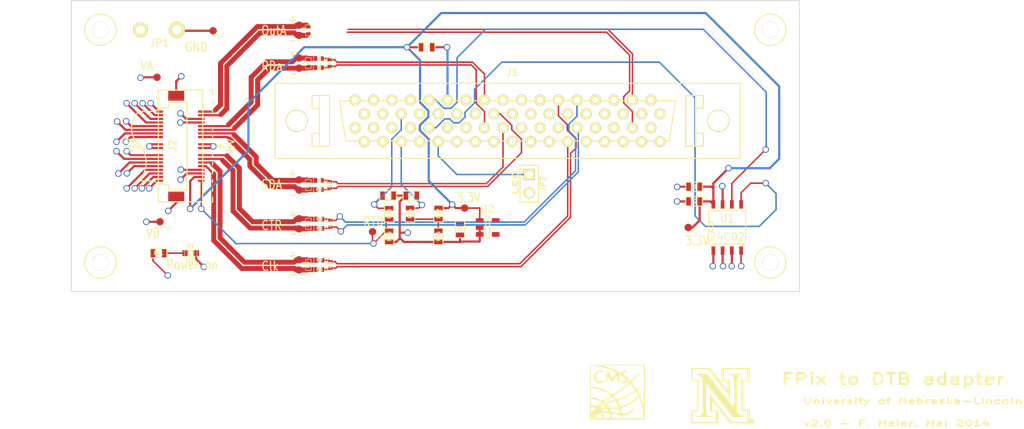
<source format=kicad_pcb>
(kicad_pcb (version 4) (host pcbnew "(2015-03-04 BZR 5478)-product")
  (layers (0 F.Cu signal) (1 Inner2.Cu power hide) (2 Inner1.Cu power hide) (31 B.Cu signal hide) (35 F.Paste user hide) (37 F.SilkS user) (39 F.Mask user hide) (44 Edge.Cuts user))
  (net 0 "")
  (net 1 AIN0)
  (net 2 AIN1)
  (net 3 CLK_n)
  (net 4 CLK_p)
  (net 5 CTR_n)
  (net 6 CTR_p)
  (net 7 GND)
  (net 8 HV)
  (net 9 I2C_SCL2)
  (net 10 I2C_SDA2)
  (net 11 POWER_ON)
  (net 12 RTD-)
  (net 13 SDATA1_n)
  (net 14 SDATA1_p)
  (net 15 SDA_n)
  (net 16 SDA_p)
  (net 17 TBM_Clk_In+)
  (net 18 TBM_Clk_In-)
  (net 19 TBM_Out_A+)
  (net 20 TBM_Out_A-)
  (net 21 TBM_RDa_Out+)
  (net 22 TBM_RDa_Out-)
  (net 23 TBM_SD_In+)
  (net 24 TBM_SD_In-)
  (net 25 TBM_Trig_In+)
  (net 26 TBM_Trig_In-)
  (net 27 TOUT_n)
  (net 28 TOUT_p)
  (net 29 VA)
  (net 30 VD)
  (net 31 RTD+)
  (net 32 "Net-(D1-Pad1)")
  (net 33 "Net-(F1-Pad2)")
  (net 34 "Net-(JP2-Pad2)")
  (net 35 "Net-(R22-Pad1)")
  (module SM0603 (layer F.Cu) (at 103.378 91.44 270)
    (fp_text reference C5 (at 0 0 270) (layer F.SilkS) (effects (font (size 0.508 0.4572) (thickness 0.1143))))
    (fp_text value 1U hide)
    (pad 1 smd rect (at -0.762 0 270) (size 0.635 1.143) (layers F.Cu F.Paste F.Mask) (net 2 AIN1))
    (pad 2 smd rect (at 0.762 0 270) (size 0.635 1.143) (layers F.Cu F.Paste F.Mask) (net 7 GND))
  )
  (module testpad (layer F.Cu) (at 69.469 64.135)
    (fp_text reference P14 (at 0.75 0.75 180) (layer F.SilkS) (effects (font (size 0.5 0.5) (thickness 0.05))))
    (fp_text value GND hide)
    (pad 1 smd circle (at 0 0) (size 1.016 1.016) (layers F.Cu F.Paste F.Mask) (net 7 GND))
  )
  (module testpad (layer F.Cu) (at 81.28 89.9795)
    (fp_text reference P8 (at 0.75 0.75 180) (layer F.SilkS) (effects (font (size 0.5 0.5) (thickness 0.05))))
    (fp_text value CTR+ hide)
    (pad 1 smd circle (at 0 0) (size 1.016 1.016) (layers F.Cu F.Paste F.Mask) (net 25 TBM_Trig_In+))
  )
  (module testpad (layer F.Cu) (at 81.28 95.631)
    (fp_text reference P12 (at 0.75 0.75 180) (layer F.SilkS) (effects (font (size 0.5 0.5) (thickness 0.05))))
    (fp_text value CLK+ hide)
    (pad 1 smd circle (at 0 0) (size 1.016 1.016) (layers F.Cu F.Paste F.Mask) (net 17 TBM_Clk_In+))
  )
  (module testpad (layer F.Cu) (at 81.28 97.028)
    (fp_text reference P13 (at 0.75 0.75 180) (layer F.SilkS) (effects (font (size 0.5 0.5) (thickness 0.05))))
    (fp_text value CLK- hide)
    (pad 1 smd circle (at 0 0) (size 1.016 1.016) (layers F.Cu F.Paste F.Mask) (net 18 TBM_Clk_In-))
  )
  (module testpad (layer F.Cu) (at 62.1792 90.3986)
    (fp_text reference P10 (at 0.75 0.75 180) (layer F.SilkS) (effects (font (size 0.5 0.5) (thickness 0.05))))
    (fp_text value VD hide)
    (pad 1 smd circle (at 0 0) (size 1.016 1.016) (layers F.Cu F.Paste F.Mask) (net 30 VD))
  )
  (module testpad (layer F.Cu) (at 134.7216 91.186)
    (fp_text reference P9 (at 0.75 0.75 180) (layer F.SilkS) (effects (font (size 0.5 0.5) (thickness 0.05))))
    (fp_text value 3V3 hide)
    (pad 1 smd circle (at 0 0) (size 1.016 1.016) (layers F.Cu F.Paste F.Mask) (net 31 RTD+))
  )
  (module testpad (layer F.Cu) (at 61.7728 70.5358)
    (fp_text reference P4 (at 0.75 0.75 180) (layer F.SilkS) (effects (font (size 0.5 0.5) (thickness 0.05))))
    (fp_text value VA hide)
    (pad 1 smd circle (at 0 0) (size 1.016 1.016) (layers F.Cu F.Paste F.Mask) (net 29 VA))
  )
  (module testpad (layer F.Cu) (at 104.013 88.519)
    (fp_text reference P15 (at 0.75 0.75 180) (layer F.SilkS) (effects (font (size 0.5 0.5) (thickness 0.05))))
    (fp_text value RTD+ hide)
    (pad 1 smd circle (at 0 0) (size 1.016 1.016) (layers F.Cu F.Paste F.Mask) (net 31 RTD+))
  )
  (module testpad (layer F.Cu) (at 91.3638 91.7702)
    (fp_text reference P16 (at 0.75 0.75 180) (layer F.SilkS) (effects (font (size 0.5 0.5) (thickness 0.05))))
    (fp_text value RTD- hide)
    (pad 1 smd circle (at 0 0) (size 1.016 1.016) (layers F.Cu F.Paste F.Mask) (net 12 RTD-))
  )
  (module testpad (layer F.Cu) (at 81.28 63.373)
    (fp_text reference P1 (at 0.75 0.75 180) (layer F.SilkS) (effects (font (size 0.5 0.5) (thickness 0.05))))
    (fp_text value OutA+ hide)
    (pad 1 smd circle (at 0 0) (size 1.016 1.016) (layers F.Cu F.Paste F.Mask) (net 19 TBM_Out_A+))
  )
  (module testpad (layer F.Cu) (at 81.28 64.77)
    (fp_text reference P2 (at 0.75 0.75 180) (layer F.SilkS) (effects (font (size 0.5 0.5) (thickness 0.05))))
    (fp_text value OutA- hide)
    (pad 1 smd circle (at 0 0) (size 1.016 1.016) (layers F.Cu F.Paste F.Mask) (net 20 TBM_Out_A-))
  )
  (module testpad (layer F.Cu) (at 81.28 67.8815)
    (fp_text reference P3 (at 0.75 0.75 180) (layer F.SilkS) (effects (font (size 0.5 0.5) (thickness 0.05))))
    (fp_text value RDa+ hide)
    (pad 1 smd circle (at 0 0) (size 1.016 1.016) (layers F.Cu F.Paste F.Mask) (net 21 TBM_RDa_Out+))
  )
  (module testpad (layer F.Cu) (at 81.28 69.2785)
    (fp_text reference P5 (at 0.75 0.75 180) (layer F.SilkS) (effects (font (size 0.5 0.5) (thickness 0.05))))
    (fp_text value RDa- hide)
    (pad 1 smd circle (at 0 0) (size 1.016 1.016) (layers F.Cu F.Paste F.Mask) (net 22 TBM_RDa_Out-))
  )
  (module testpad (layer F.Cu) (at 81.28 84.6455)
    (fp_text reference P6 (at 0.75 0.75 180) (layer F.SilkS) (effects (font (size 0.5 0.5) (thickness 0.05))))
    (fp_text value SDA+ hide)
    (pad 1 smd circle (at 0 0) (size 1.016 1.016) (layers F.Cu F.Paste F.Mask) (net 23 TBM_SD_In+))
  )
  (module testpad (layer F.Cu) (at 81.28 91.3765)
    (fp_text reference P11 (at 0.75 0.75 180) (layer F.SilkS) (effects (font (size 0.5 0.5) (thickness 0.05))))
    (fp_text value CTR- hide)
    (pad 1 smd circle (at 0 0) (size 1.016 1.016) (layers F.Cu F.Paste F.Mask) (net 26 TBM_Trig_In-))
  )
  (module testpad (layer F.Cu) (at 81.28 86.0425)
    (fp_text reference P7 (at 0.75 0.75 180) (layer F.SilkS) (effects (font (size 0.5 0.5) (thickness 0.05))))
    (fp_text value SDA- hide)
    (pad 1 smd circle (at 0 0) (size 1.016 1.016) (layers F.Cu F.Paste F.Mask) (net 24 TBM_SD_In-))
  )
  (module SO8N (layer F.Cu) (at 140.081 91.186)
    (fp_text reference U1 (at 0 -1.27) (layer F.SilkS) (effects (font (size 1.143 1.016) (thickness 0.127))))
    (fp_text value 24C02 (at 0 1.27) (layer F.SilkS) (effects (font (size 1.016 1.016) (thickness 0.127))))
    (pad 8 smd rect (at -1.905 -3.175) (size 0.508 1.143) (layers F.Cu F.Paste F.Mask) (net 31 RTD+))
    (pad 7 smd rect (at -0.635 -3.175) (size 0.508 1.143) (layers F.Cu F.Paste F.Mask) (net 7 GND))
    (pad 6 smd rect (at 0.635 -3.175) (size 0.508 1.143) (layers F.Cu F.Paste F.Mask) (net 9 I2C_SCL2))
    (pad 5 smd rect (at 1.905 -3.175) (size 0.508 1.143) (layers F.Cu F.Paste F.Mask) (net 10 I2C_SDA2))
    (pad 4 smd rect (at 1.905 3.175) (size 0.508 1.143) (layers F.Cu F.Paste F.Mask) (net 7 GND))
    (pad 3 smd rect (at 0.635 3.175) (size 0.508 1.143) (layers F.Cu F.Paste F.Mask) (net 7 GND))
    (pad 2 smd rect (at -0.635 3.175) (size 0.508 1.143) (layers F.Cu F.Paste F.Mask) (net 7 GND))
    (pad 1 smd rect (at -1.905 3.175) (size 0.508 1.143) (layers F.Cu F.Paste F.Mask) (net 7 GND))
  )
  (module SMK20hv (layer F.Cu) (at 65 80 90)
    (fp_text reference J2 (at 0.06 -1.1 90) (layer F.SilkS))
    (fp_text value CONN-SMK20 hide)
    (pad 1 smd rect (at -4.75 2.85 90) (size 0.3 0.9) (layers F.Cu F.Paste F.Mask) (net 12 RTD-))
    (pad 2 smd rect (at -4.75 -2.85 90) (size 0.3 0.9) (layers F.Cu F.Paste F.Mask) (net 7 GND))
    (pad 3 smd rect (at -4.25 2.85 90) (size 0.3 0.9) (layers F.Cu F.Paste F.Mask) (net 31 RTD+))
    (pad 4 smd rect (at -4.25 -2.85 90) (size 0.3 0.9) (layers F.Cu F.Paste F.Mask) (net 7 GND))
    (pad 5 smd rect (at -3.75 2.85 90) (size 0.3 0.9) (layers F.Cu F.Paste F.Mask) (net 30 VD))
    (pad 6 smd rect (at -3.75 -2.85 90) (size 0.3 0.9) (layers F.Cu F.Paste F.Mask) (net 7 GND))
    (pad 7 smd rect (at -3.25 2.85 90) (size 0.3 0.9) (layers F.Cu F.Paste F.Mask) (net 30 VD))
    (pad 8 smd rect (at -3.25 -2.85 90) (size 0.3 0.9) (layers F.Cu F.Paste F.Mask) (net 7 GND))
    (pad 9 smd rect (at -2.75 2.85 90) (size 0.3 0.9) (layers F.Cu F.Paste F.Mask) (net 18 TBM_Clk_In-))
    (pad 10 smd rect (at -2.75 -2.85 90) (size 0.3 0.9) (layers F.Cu F.Paste F.Mask) (net 30 VD))
    (pad 11 smd rect (at -2.25 2.85 90) (size 0.3 0.9) (layers F.Cu F.Paste F.Mask) (net 17 TBM_Clk_In+))
    (pad 12 smd rect (at -2.25 -2.85 90) (size 0.3 0.9) (layers F.Cu F.Paste F.Mask) (net 30 VD))
    (pad 13 smd rect (at -1.75 2.85 90) (size 0.3 0.9) (layers F.Cu F.Paste F.Mask) (net 26 TBM_Trig_In-))
    (pad 14 smd rect (at -1.75 -2.85 90) (size 0.3 0.9) (layers F.Cu F.Paste F.Mask) (net 7 GND))
    (pad 15 smd rect (at -1.25 2.85 90) (size 0.3 0.9) (layers F.Cu F.Paste F.Mask) (net 25 TBM_Trig_In+))
    (pad 16 smd rect (at -1.25 -2.85 90) (size 0.3 0.9) (layers F.Cu F.Paste F.Mask) (net 7 GND))
    (pad 19 smd rect (at -0.25 2.85 90) (size 0.3 0.9) (layers F.Cu F.Paste F.Mask) (net 8 HV))
    (pad 20 smd rect (at -0.25 -2.85 90) (size 0.3 0.9) (layers F.Cu F.Paste F.Mask) (net 8 HV))
    (pad 21 smd rect (at 0.25 2.85 90) (size 0.3 0.9) (layers F.Cu F.Paste F.Mask) (net 8 HV))
    (pad 22 smd rect (at 0.25 -2.85 90) (size 0.3 0.9) (layers F.Cu F.Paste F.Mask) (net 8 HV))
    (pad 25 smd rect (at 1.25 2.85 90) (size 0.3 0.9) (layers F.Cu F.Paste F.Mask) (net 24 TBM_SD_In-))
    (pad 26 smd rect (at 1.25 -2.85 90) (size 0.3 0.9) (layers F.Cu F.Paste F.Mask) (net 7 GND))
    (pad 27 smd rect (at 1.75 2.85 90) (size 0.3 0.9) (layers F.Cu F.Paste F.Mask) (net 23 TBM_SD_In+))
    (pad 28 smd rect (at 1.75 -2.85 90) (size 0.3 0.9) (layers F.Cu F.Paste F.Mask) (net 7 GND))
    (pad 29 smd rect (at 2.25 2.85 90) (size 0.3 0.9) (layers F.Cu F.Paste F.Mask) (net 22 TBM_RDa_Out-))
    (pad 30 smd rect (at 2.25 -2.85 90) (size 0.3 0.9) (layers F.Cu F.Paste F.Mask) (net 29 VA))
    (pad 31 smd rect (at 2.75 2.85 90) (size 0.3 0.9) (layers F.Cu F.Paste F.Mask) (net 21 TBM_RDa_Out+))
    (pad 32 smd rect (at 2.75 -2.85 90) (size 0.3 0.9) (layers F.Cu F.Paste F.Mask) (net 29 VA))
    (pad 33 smd rect (at 3.25 2.85 90) (size 0.3 0.9) (layers F.Cu F.Paste F.Mask) (net 29 VA))
    (pad 34 smd rect (at 3.25 -2.85 90) (size 0.3 0.9) (layers F.Cu F.Paste F.Mask) (net 7 GND))
    (pad 35 smd rect (at 3.75 2.85 90) (size 0.3 0.9) (layers F.Cu F.Paste F.Mask) (net 29 VA))
    (pad 36 smd rect (at 3.75 -2.85 90) (size 0.3 0.9) (layers F.Cu F.Paste F.Mask) (net 7 GND))
    (pad 37 smd rect (at 4.25 2.85 90) (size 0.3 0.9) (layers F.Cu F.Paste F.Mask) (net 20 TBM_Out_A-))
    (pad 38 smd rect (at 4.25 -2.85 90) (size 0.3 0.9) (layers F.Cu F.Paste F.Mask) (net 7 GND))
    (pad 39 smd rect (at 4.75 2.85 90) (size 0.3 0.9) (layers F.Cu F.Paste F.Mask) (net 19 TBM_Out_A+))
    (pad 40 smd rect (at 4.75 -2.85 90) (size 0.3 0.9) (layers F.Cu F.Paste F.Mask) (net 7 GND))
    (pad 41 smd rect (at -6.93 -0.6 90) (size 1.35 2.2) (layers F.Cu F.Paste F.Mask) (net 7 GND))
    (pad 42 smd rect (at 6.925 -0.6 90) (size 1.35 2.2) (layers F.Cu F.Paste F.Mask) (net 7 GND))
  )
  (module SM0603 (layer F.Cu) (at 96.52 89.281 90)
    (fp_text reference R24 (at 0 0 90) (layer F.SilkS) (effects (font (size 0.508 0.4572) (thickness 0.1143))))
    (fp_text value "10k 5%" hide)
    (pad 1 smd rect (at -0.762 0 90) (size 0.635 1.143) (layers F.Cu F.Paste F.Mask) (net 35 "Net-(R22-Pad1)"))
    (pad 2 smd rect (at 0.762 0 90) (size 0.635 1.143) (layers F.Cu F.Paste F.Mask) (net 2 AIN1))
  )
  (module SM0603 (layer F.Cu) (at 96.7 86.8 180)
    (fp_text reference C4 (at 0 0 180) (layer F.SilkS) (effects (font (size 0.508 0.4572) (thickness 0.1143))))
    (fp_text value 100n hide)
    (pad 1 smd rect (at -0.762 0 180) (size 0.635 1.143) (layers F.Cu F.Paste F.Mask) (net 2 AIN1))
    (pad 2 smd rect (at 0.762 0 180) (size 0.635 1.143) (layers F.Cu F.Paste F.Mask) (net 7 GND))
  )
  (module SM0603 (layer F.Cu) (at 135.5344 85.5726 180)
    (fp_text reference C1 (at 0 0 180) (layer F.SilkS) (effects (font (size 0.508 0.4572) (thickness 0.1143))))
    (fp_text value 100n hide)
    (pad 1 smd rect (at -0.762 0 180) (size 0.635 1.143) (layers F.Cu F.Paste F.Mask) (net 31 RTD+))
    (pad 2 smd rect (at 0.762 0 180) (size 0.635 1.143) (layers F.Cu F.Paste F.Mask) (net 7 GND))
  )
  (module SM0603 (layer F.Cu) (at 135.5344 87.6046 180)
    (fp_text reference C2 (at 0 0 180) (layer F.SilkS) (effects (font (size 0.508 0.4572) (thickness 0.1143))))
    (fp_text value 1u hide)
    (pad 1 smd rect (at -0.762 0 180) (size 0.635 1.143) (layers F.Cu F.Paste F.Mask) (net 31 RTD+))
    (pad 2 smd rect (at 0.762 0 180) (size 0.635 1.143) (layers F.Cu F.Paste F.Mask) (net 7 GND))
  )
  (module SM0603 (layer F.Cu) (at 93.5 86.8)
    (fp_text reference C3 (at 0 0) (layer F.SilkS) (effects (font (size 0.508 0.4572) (thickness 0.1143))))
    (fp_text value 100n hide)
    (pad 1 smd rect (at -0.762 0) (size 0.635 1.143) (layers F.Cu F.Paste F.Mask) (net 1 AIN0))
    (pad 2 smd rect (at 0.762 0) (size 0.635 1.143) (layers F.Cu F.Paste F.Mask) (net 7 GND))
  )
  (module SM0603 (layer F.Cu) (at 100.4316 89.281 90)
    (fp_text reference R22 (at 0 0 90) (layer F.SilkS) (effects (font (size 0.508 0.4572) (thickness 0.1143))))
    (fp_text value "10k 0.1%" hide)
    (pad 1 smd rect (at -0.762 0 90) (size 0.635 1.143) (layers F.Cu F.Paste F.Mask) (net 35 "Net-(R22-Pad1)"))
    (pad 2 smd rect (at 0.762 0 90) (size 0.635 1.143) (layers F.Cu F.Paste F.Mask) (net 31 RTD+))
  )
  (module SM0603 (layer F.Cu) (at 93.6498 92.4052 270)
    (fp_text reference R25 (at 0 0 270) (layer F.SilkS) (effects (font (size 0.508 0.4572) (thickness 0.1143))))
    (fp_text value "10k 0.1%" hide)
    (pad 1 smd rect (at -0.762 0 270) (size 0.635 1.143) (layers F.Cu F.Paste F.Mask) (net 12 RTD-))
    (pad 2 smd rect (at 0.762 0 270) (size 0.635 1.143) (layers F.Cu F.Paste F.Mask) (net 7 GND))
  )
  (module SM0603 (layer F.Cu) (at 100.4062 92.4052 270)
    (fp_text reference R26 (at 0 0 270) (layer F.SilkS) (effects (font (size 0.508 0.4572) (thickness 0.1143))))
    (fp_text value "10k 0.1%" hide)
    (pad 1 smd rect (at -0.762 0 270) (size 0.635 1.143) (layers F.Cu F.Paste F.Mask) (net 35 "Net-(R22-Pad1)"))
    (pad 2 smd rect (at 0.762 0 270) (size 0.635 1.143) (layers F.Cu F.Paste F.Mask) (net 7 GND))
  )
  (module SM0603 (layer F.Cu) (at 93.6498 89.3064 90)
    (fp_text reference R23 (at 0 0 90) (layer F.SilkS) (effects (font (size 0.508 0.4572) (thickness 0.1143))))
    (fp_text value "10k 5%" hide)
    (pad 1 smd rect (at -0.762 0 90) (size 0.635 1.143) (layers F.Cu F.Paste F.Mask) (net 12 RTD-))
    (pad 2 smd rect (at 0.762 0 90) (size 0.635 1.143) (layers F.Cu F.Paste F.Mask) (net 1 AIN0))
  )
  (module SM0603 (layer F.Cu) (at 61.976 94.7166)
    (fp_text reference R21 (at 0 0) (layer F.SilkS) (effects (font (size 0.508 0.4572) (thickness 0.1143))))
    (fp_text value 56 hide)
    (pad 1 smd rect (at -0.762 0) (size 0.635 1.143) (layers F.Cu F.Paste F.Mask) (net 34 "Net-(JP2-Pad2)"))
    (pad 2 smd rect (at 0.762 0) (size 0.635 1.143) (layers F.Cu F.Paste F.Mask) (net 32 "Net-(D1-Pad1)"))
  )
  (module SM0402 (layer F.Cu) (at 85.598 96.3295 270)
    (fp_text reference R18 (at 0 0 270) (layer F.SilkS) (effects (font (size 0.35052 0.3048) (thickness 0.07112))))
    (fp_text value 10G hide)
    (pad 1 smd rect (at -0.44958 0 270) (size 0.39878 0.59944) (layers F.Cu F.Paste F.Mask) (net 4 CLK_p))
    (pad 2 smd rect (at 0.44958 0 270) (size 0.39878 0.59944) (layers F.Cu F.Paste F.Mask) (net 3 CLK_n))
  )
  (module SM0402 (layer F.Cu) (at 85.471 68.58 270)
    (fp_text reference R6 (at 0 0 270) (layer F.SilkS) (effects (font (size 0.35052 0.3048) (thickness 0.07112))))
    (fp_text value 10G hide)
    (pad 1 smd rect (at -0.44958 0 270) (size 0.39878 0.59944) (layers F.Cu F.Paste F.Mask) (net 28 TOUT_p))
    (pad 2 smd rect (at 0.44958 0 270) (size 0.39878 0.59944) (layers F.Cu F.Paste F.Mask) (net 27 TOUT_n))
  )
  (module SM0402 (layer F.Cu) (at 85.471 85.344 270)
    (fp_text reference R10 (at 0 0 270) (layer F.SilkS) (effects (font (size 0.35052 0.3048) (thickness 0.07112))))
    (fp_text value 10G hide)
    (pad 1 smd rect (at -0.44958 0 270) (size 0.39878 0.59944) (layers F.Cu F.Paste F.Mask) (net 16 SDA_p))
    (pad 2 smd rect (at 0.44958 0 270) (size 0.39878 0.59944) (layers F.Cu F.Paste F.Mask) (net 15 SDA_n))
  )
  (module SM0402 (layer F.Cu) (at 85.598 90.678 270)
    (fp_text reference R14 (at 0 0 270) (layer F.SilkS) (effects (font (size 0.35052 0.3048) (thickness 0.07112))))
    (fp_text value 10G hide)
    (pad 1 smd rect (at -0.44958 0 270) (size 0.39878 0.59944) (layers F.Cu F.Paste F.Mask) (net 6 CTR_p))
    (pad 2 smd rect (at 0.44958 0 270) (size 0.39878 0.59944) (layers F.Cu F.Paste F.Mask) (net 5 CTR_n))
  )
  (module SM0402 (layer F.Cu) (at 82.55 85.344 270)
    (fp_text reference R11 (at 0 0 270) (layer F.SilkS) (effects (font (size 0.35052 0.3048) (thickness 0.07112))))
    (fp_text value 91 hide)
    (pad 1 smd rect (at -0.44958 0 270) (size 0.39878 0.59944) (layers F.Cu F.Paste F.Mask) (net 23 TBM_SD_In+))
    (pad 2 smd rect (at 0.44958 0 270) (size 0.39878 0.59944) (layers F.Cu F.Paste F.Mask) (net 24 TBM_SD_In-))
  )
  (module SM0402 (layer F.Cu) (at 82.55 64.0715 270)
    (fp_text reference R3 (at 0 0 270) (layer F.SilkS) (effects (font (size 0.35052 0.3048) (thickness 0.07112))))
    (fp_text value R hide)
    (pad 1 smd rect (at -0.44958 0 270) (size 0.39878 0.59944) (layers F.Cu F.Paste F.Mask) (net 14 SDATA1_p))
    (pad 2 smd rect (at 0.44958 0 270) (size 0.39878 0.59944) (layers F.Cu F.Paste F.Mask) (net 13 SDATA1_n))
  )
  (module SM0402 (layer F.Cu) (at 84.0105 67.945 180)
    (fp_text reference R5 (at 0 0 180) (layer F.SilkS) (effects (font (size 0.35052 0.3048) (thickness 0.07112))))
    (fp_text value 0 hide)
    (pad 1 smd rect (at -0.44958 0 180) (size 0.39878 0.59944) (layers F.Cu F.Paste F.Mask) (net 28 TOUT_p))
    (pad 2 smd rect (at 0.44958 0 180) (size 0.39878 0.59944) (layers F.Cu F.Paste F.Mask) (net 21 TBM_RDa_Out+))
  )
  (module SM0402 (layer F.Cu) (at 82.55 68.58 270)
    (fp_text reference R7 (at 0 0 270) (layer F.SilkS) (effects (font (size 0.35052 0.3048) (thickness 0.07112))))
    (fp_text value 120 hide)
    (pad 1 smd rect (at -0.44958 0 270) (size 0.39878 0.59944) (layers F.Cu F.Paste F.Mask) (net 21 TBM_RDa_Out+))
    (pad 2 smd rect (at 0.44958 0 270) (size 0.39878 0.59944) (layers F.Cu F.Paste F.Mask) (net 22 TBM_RDa_Out-))
  )
  (module SM0402 (layer F.Cu) (at 84.0105 69.215 180)
    (fp_text reference R8 (at 0 0 180) (layer F.SilkS) (effects (font (size 0.35052 0.3048) (thickness 0.07112))))
    (fp_text value 0 hide)
    (pad 1 smd rect (at -0.44958 0 180) (size 0.39878 0.59944) (layers F.Cu F.Paste F.Mask) (net 27 TOUT_n))
    (pad 2 smd rect (at 0.44958 0 180) (size 0.39878 0.59944) (layers F.Cu F.Paste F.Mask) (net 22 TBM_RDa_Out-))
  )
  (module SM0402 (layer F.Cu) (at 84.0105 84.709 180)
    (fp_text reference R9 (at 0 0 180) (layer F.SilkS) (effects (font (size 0.35052 0.3048) (thickness 0.07112))))
    (fp_text value 39 hide)
    (pad 1 smd rect (at -0.44958 0 180) (size 0.39878 0.59944) (layers F.Cu F.Paste F.Mask) (net 16 SDA_p))
    (pad 2 smd rect (at 0.44958 0 180) (size 0.39878 0.59944) (layers F.Cu F.Paste F.Mask) (net 23 TBM_SD_In+))
  )
  (module SM0402 (layer F.Cu) (at 84.0105 85.979 180)
    (fp_text reference R12 (at 0 0 180) (layer F.SilkS) (effects (font (size 0.35052 0.3048) (thickness 0.07112))))
    (fp_text value 39 hide)
    (pad 1 smd rect (at -0.44958 0 180) (size 0.39878 0.59944) (layers F.Cu F.Paste F.Mask) (net 15 SDA_n))
    (pad 2 smd rect (at 0.44958 0 180) (size 0.39878 0.59944) (layers F.Cu F.Paste F.Mask) (net 24 TBM_SD_In-))
  )
  (module SM0402 (layer F.Cu) (at 84.074 90.043 180)
    (fp_text reference R13 (at 0 0 180) (layer F.SilkS) (effects (font (size 0.35052 0.3048) (thickness 0.07112))))
    (fp_text value 39 hide)
    (pad 1 smd rect (at -0.44958 0 180) (size 0.39878 0.59944) (layers F.Cu F.Paste F.Mask) (net 6 CTR_p))
    (pad 2 smd rect (at 0.44958 0 180) (size 0.39878 0.59944) (layers F.Cu F.Paste F.Mask) (net 25 TBM_Trig_In+))
  )
  (module SM0402 (layer F.Cu) (at 82.55 90.678 270)
    (fp_text reference R15 (at 0 0 270) (layer F.SilkS) (effects (font (size 0.35052 0.3048) (thickness 0.07112))))
    (fp_text value 91 hide)
    (pad 1 smd rect (at -0.44958 0 270) (size 0.39878 0.59944) (layers F.Cu F.Paste F.Mask) (net 25 TBM_Trig_In+))
    (pad 2 smd rect (at 0.44958 0 270) (size 0.39878 0.59944) (layers F.Cu F.Paste F.Mask) (net 26 TBM_Trig_In-))
  )
  (module SM0402 (layer F.Cu) (at 84.074 91.313 180)
    (fp_text reference R16 (at 0 0 180) (layer F.SilkS) (effects (font (size 0.35052 0.3048) (thickness 0.07112))))
    (fp_text value 39 hide)
    (pad 1 smd rect (at -0.44958 0 180) (size 0.39878 0.59944) (layers F.Cu F.Paste F.Mask) (net 5 CTR_n))
    (pad 2 smd rect (at 0.44958 0 180) (size 0.39878 0.59944) (layers F.Cu F.Paste F.Mask) (net 26 TBM_Trig_In-))
  )
  (module SM0402 (layer F.Cu) (at 84.074 95.6945 180)
    (fp_text reference R17 (at 0 0 180) (layer F.SilkS) (effects (font (size 0.35052 0.3048) (thickness 0.07112))))
    (fp_text value 39 hide)
    (pad 1 smd rect (at -0.44958 0 180) (size 0.39878 0.59944) (layers F.Cu F.Paste F.Mask) (net 4 CLK_p))
    (pad 2 smd rect (at 0.44958 0 180) (size 0.39878 0.59944) (layers F.Cu F.Paste F.Mask) (net 17 TBM_Clk_In+))
  )
  (module SM0402 (layer F.Cu) (at 82.55 96.3295 90)
    (fp_text reference R19 (at 0 0 90) (layer F.SilkS) (effects (font (size 0.35052 0.3048) (thickness 0.07112))))
    (fp_text value 91 hide)
    (pad 1 smd rect (at -0.44958 0 90) (size 0.39878 0.59944) (layers F.Cu F.Paste F.Mask) (net 18 TBM_Clk_In-))
    (pad 2 smd rect (at 0.44958 0 90) (size 0.39878 0.59944) (layers F.Cu F.Paste F.Mask) (net 17 TBM_Clk_In+))
  )
  (module SM0402 (layer F.Cu) (at 84.074 96.9645 180)
    (fp_text reference R20 (at 0 0 180) (layer F.SilkS) (effects (font (size 0.35052 0.3048) (thickness 0.07112))))
    (fp_text value 39 hide)
    (pad 1 smd rect (at -0.44958 0 180) (size 0.39878 0.59944) (layers F.Cu F.Paste F.Mask) (net 3 CLK_n))
    (pad 2 smd rect (at 0.44958 0 180) (size 0.39878 0.59944) (layers F.Cu F.Paste F.Mask) (net 18 TBM_Clk_In-))
  )
  (module SCSI68up (layer F.Cu) (at 109.9185 76.5175)
    (fp_text reference J1 (at 0.635 -6.6675) (layer F.SilkS))
    (fp_text value CONN-SCSI68 hide)
    (pad 1 thru_hole circle (at 20.955 -0.9525) (size 1.5 1.5) (drill 0.86) (layers *.Cu *.Mask F.SilkS))
    (pad 2 thru_hole circle (at 20.955 2.8575) (size 1.5 1.5) (drill 0.86) (layers *.Cu *.Mask F.SilkS))
    (pad 3 thru_hole circle (at 19.685 -2.8575) (size 1.5 1.5) (drill 0.86) (layers *.Cu *.Mask F.SilkS))
    (pad 4 thru_hole circle (at 19.685 0.9525) (size 1.5 1.5) (drill 0.86) (layers *.Cu *.Mask F.SilkS) (net 7 GND))
    (pad 5 thru_hole circle (at 18.415 -0.9525) (size 1.5 1.5) (drill 0.86) (layers *.Cu *.Mask F.SilkS))
    (pad 6 thru_hole circle (at 18.415 2.8575) (size 1.5 1.5) (drill 0.86) (layers *.Cu *.Mask F.SilkS) (net 7 GND))
    (pad 7 thru_hole circle (at 17.145 -2.8575) (size 1.5 1.5) (drill 0.86) (layers *.Cu *.Mask F.SilkS) (net 14 SDATA1_p))
    (pad 8 thru_hole circle (at 17.145 0.9525) (size 1.5 1.5) (drill 0.86) (layers *.Cu *.Mask F.SilkS) (net 13 SDATA1_n))
    (pad 9 thru_hole circle (at 15.875 -0.9525) (size 1.5 1.5) (drill 0.86) (layers *.Cu *.Mask F.SilkS) (net 7 GND))
    (pad 10 thru_hole circle (at 15.875 2.8575) (size 1.5 1.5) (drill 0.86) (layers *.Cu *.Mask F.SilkS))
    (pad 11 thru_hole circle (at 14.605 -2.8575) (size 1.5 1.5) (drill 0.86) (layers *.Cu *.Mask F.SilkS))
    (pad 12 thru_hole circle (at 14.605 0.9525) (size 1.5 1.5) (drill 0.86) (layers *.Cu *.Mask F.SilkS))
    (pad 13 thru_hole circle (at 13.335 -0.9525) (size 1.5 1.5) (drill 0.86) (layers *.Cu *.Mask F.SilkS))
    (pad 14 thru_hole circle (at 13.335 2.8575) (size 1.5 1.5) (drill 0.86) (layers *.Cu *.Mask F.SilkS))
    (pad 15 thru_hole circle (at 12.065 -2.8575) (size 1.5 1.5) (drill 0.86) (layers *.Cu *.Mask F.SilkS) (net 7 GND))
    (pad 16 thru_hole circle (at 12.065 0.9525) (size 1.5 1.5) (drill 0.86) (layers *.Cu *.Mask F.SilkS))
    (pad 17 thru_hole circle (at 10.795 -0.9525) (size 1.5 1.5) (drill 0.86) (layers *.Cu *.Mask F.SilkS))
    (pad 18 thru_hole circle (at 10.795 2.8575) (size 1.5 1.5) (drill 0.86) (layers *.Cu *.Mask F.SilkS) (net 7 GND))
    (pad 19 thru_hole circle (at 9.525 -2.8575) (size 1.5 1.5) (drill 0.86) (layers *.Cu *.Mask F.SilkS) (net 6 CTR_p))
    (pad 20 thru_hole circle (at 9.525 0.9525) (size 1.5 1.5) (drill 0.86) (layers *.Cu *.Mask F.SilkS) (net 5 CTR_n))
    (pad 21 thru_hole circle (at 8.255 -0.9525) (size 1.5 1.5) (drill 0.86) (layers *.Cu *.Mask F.SilkS) (net 7 GND))
    (pad 22 thru_hole circle (at 8.255 2.8575) (size 1.5 1.5) (drill 0.86) (layers *.Cu *.Mask F.SilkS) (net 4 CLK_p))
    (pad 23 thru_hole circle (at 6.985 -2.8575) (size 1.5 1.5) (drill 0.86) (layers *.Cu *.Mask F.SilkS) (net 3 CLK_n))
    (pad 24 thru_hole circle (at 6.985 0.9525) (size 1.5 1.5) (drill 0.86) (layers *.Cu *.Mask F.SilkS) (net 7 GND))
    (pad 25 thru_hole circle (at 5.715 -0.9525) (size 1.5 1.5) (drill 0.86) (layers *.Cu *.Mask F.SilkS) (net 29 VA))
    (pad 26 thru_hole circle (at 5.715 2.8575) (size 1.5 1.5) (drill 0.86) (layers *.Cu *.Mask F.SilkS) (net 29 VA))
    (pad 27 thru_hole circle (at 4.445 -2.8575) (size 1.5 1.5) (drill 0.86) (layers *.Cu *.Mask F.SilkS) (net 29 VA))
    (pad 28 thru_hole circle (at 4.445 0.9525) (size 1.5 1.5) (drill 0.86) (layers *.Cu *.Mask F.SilkS) (net 29 VA))
    (pad 29 thru_hole circle (at 3.175 -0.9525) (size 1.5 1.5) (drill 0.86) (layers *.Cu *.Mask F.SilkS) (net 30 VD))
    (pad 30 thru_hole circle (at 3.175 2.8575) (size 1.5 1.5) (drill 0.86) (layers *.Cu *.Mask F.SilkS) (net 7 GND))
    (pad 31 thru_hole circle (at 1.905 -2.8575) (size 1.5 1.5) (drill 0.86) (layers *.Cu *.Mask F.SilkS))
    (pad 32 thru_hole circle (at 1.905 0.9525) (size 1.5 1.5) (drill 0.86) (layers *.Cu *.Mask F.SilkS))
    (pad 33 thru_hole circle (at 0.635 -0.9525) (size 1.5 1.5) (drill 0.86) (layers *.Cu *.Mask F.SilkS))
    (pad 34 thru_hole circle (at 0.635 2.8575) (size 1.5 1.5) (drill 0.86) (layers *.Cu *.Mask F.SilkS))
    (pad 35 thru_hole circle (at -0.635 -2.8575) (size 1.5 1.5) (drill 0.86) (layers *.Cu *.Mask F.SilkS) (net 7 GND))
    (pad 36 thru_hole circle (at -0.635 0.9525) (size 1.5 1.5) (drill 0.86) (layers *.Cu *.Mask F.SilkS) (net 16 SDA_p))
    (pad 37 thru_hole circle (at -1.905 -0.9525) (size 1.5 1.5) (drill 0.86) (layers *.Cu *.Mask F.SilkS) (net 15 SDA_n))
    (pad 38 thru_hole circle (at -1.905 2.8575) (size 1.5 1.5) (drill 0.86) (layers *.Cu *.Mask F.SilkS) (net 7 GND))
    (pad 39 thru_hole circle (at -3.175 -2.8575) (size 1.5 1.5) (drill 0.86) (layers *.Cu *.Mask F.SilkS) (net 28 TOUT_p))
    (pad 40 thru_hole circle (at -3.175 0.9525) (size 1.5 1.5) (drill 0.86) (layers *.Cu *.Mask F.SilkS) (net 27 TOUT_n))
    (pad 41 thru_hole circle (at -4.445 -0.9525) (size 1.5 1.5) (drill 0.86) (layers *.Cu *.Mask F.SilkS) (net 7 GND))
    (pad 42 thru_hole circle (at -4.445 2.8575) (size 1.5 1.5) (drill 0.86) (layers *.Cu *.Mask F.SilkS) (net 30 VD))
    (pad 43 thru_hole circle (at -5.715 -2.8575) (size 1.5 1.5) (drill 0.86) (layers *.Cu *.Mask F.SilkS) (net 30 VD))
    (pad 44 thru_hole circle (at -5.715 0.9525) (size 1.5 1.5) (drill 0.86) (layers *.Cu *.Mask F.SilkS) (net 30 VD))
    (pad 45 thru_hole circle (at -6.985 -0.9525) (size 1.5 1.5) (drill 0.86) (layers *.Cu *.Mask F.SilkS) (net 30 VD))
    (pad 46 thru_hole circle (at -6.985 2.8575) (size 1.5 1.5) (drill 0.86) (layers *.Cu *.Mask F.SilkS) (net 7 GND))
    (pad 47 thru_hole circle (at -8.255 -2.8575) (size 1.5 1.5) (drill 0.86) (layers *.Cu *.Mask F.SilkS) (net 33 "Net-(F1-Pad2)"))
    (pad 48 thru_hole circle (at -8.255 0.9525) (size 1.5 1.5) (drill 0.86) (layers *.Cu *.Mask F.SilkS))
    (pad 49 thru_hole circle (at -9.525 -0.9525) (size 1.5 1.5) (drill 0.86) (layers *.Cu *.Mask F.SilkS))
    (pad 50 thru_hole circle (at -9.525 2.8575) (size 1.5 1.5) (drill 0.86) (layers *.Cu *.Mask F.SilkS) (net 11 POWER_ON))
    (pad 51 thru_hole circle (at -10.795 -2.8575) (size 1.5 1.5) (drill 0.86) (layers *.Cu *.Mask F.SilkS) (net 9 I2C_SCL2))
    (pad 52 thru_hole circle (at -10.795 0.9525) (size 1.5 1.5) (drill 0.86) (layers *.Cu *.Mask F.SilkS) (net 10 I2C_SDA2))
    (pad 53 thru_hole circle (at -12.065 -0.9525) (size 1.5 1.5) (drill 0.86) (layers *.Cu *.Mask F.SilkS))
    (pad 54 thru_hole circle (at -12.065 2.8575) (size 1.5 1.5) (drill 0.86) (layers *.Cu *.Mask F.SilkS))
    (pad 55 thru_hole circle (at -13.335 -2.8575) (size 1.5 1.5) (drill 0.86) (layers *.Cu *.Mask F.SilkS))
    (pad 56 thru_hole circle (at -13.335 0.9525) (size 1.5 1.5) (drill 0.86) (layers *.Cu *.Mask F.SilkS))
    (pad 57 thru_hole circle (at -14.605 -0.9525) (size 1.5 1.5) (drill 0.86) (layers *.Cu *.Mask F.SilkS) (net 1 AIN0))
    (pad 58 thru_hole circle (at -14.605 2.8575) (size 1.5 1.5) (drill 0.86) (layers *.Cu *.Mask F.SilkS) (net 2 AIN1))
    (pad 59 thru_hole circle (at -15.875 -2.8575) (size 1.5 1.5) (drill 0.86) (layers *.Cu *.Mask F.SilkS))
    (pad 60 thru_hole circle (at -15.875 0.9525) (size 1.5 1.5) (drill 0.86) (layers *.Cu *.Mask F.SilkS) (net 7 GND))
    (pad 61 thru_hole circle (at -17.145 -0.9525) (size 1.5 1.5) (drill 0.86) (layers *.Cu *.Mask F.SilkS))
    (pad 62 thru_hole circle (at -17.145 2.8575) (size 1.5 1.5) (drill 0.86) (layers *.Cu *.Mask F.SilkS))
    (pad 63 thru_hole circle (at -18.415 -2.8575) (size 1.5 1.5) (drill 0.86) (layers *.Cu *.Mask F.SilkS))
    (pad 64 thru_hole circle (at -18.415 0.9525) (size 1.5 1.5) (drill 0.86) (layers *.Cu *.Mask F.SilkS) (net 7 GND))
    (pad 65 thru_hole circle (at -19.685 -0.9525) (size 1.5 1.5) (drill 0.86) (layers *.Cu *.Mask F.SilkS))
    (pad 66 thru_hole circle (at -19.685 2.8575) (size 1.5 1.5) (drill 0.86) (layers *.Cu *.Mask F.SilkS))
    (pad 67 thru_hole circle (at -20.955 -2.8575) (size 1.5 1.5) (drill 0.86) (layers *.Cu *.Mask F.SilkS))
    (pad 68 thru_hole circle (at -20.955 0.9525) (size 1.5 1.5) (drill 0.86) (layers *.Cu *.Mask F.SilkS) (net 8 HV))
    (pad 71 thru_hole circle (at -28.956 0) (size 3 3) (drill 2.77) (layers *.Cu *.Mask F.SilkS))
    (pad 72 thru_hole circle (at 28.956 0) (size 3 3) (drill 2.77) (layers *.Cu *.Mask F.SilkS))
  )
  (module PIN_ARRAY_2X1 (layer F.Cu) (at 112.903 85.1662 270)
    (fp_text reference JP2 (at 0 -1.905 270) (layer F.SilkS) (effects (font (size 0.762 0.762) (thickness 0.1524))))
    (fp_text value JUMPER hide)
    (pad 1 thru_hole rect (at -1.27 0 270) (size 1.524 1.524) (drill 1.016) (layers *.Cu *.Mask F.SilkS) (net 11 POWER_ON))
    (pad 2 thru_hole circle (at 1.27 0 270) (size 1.524 1.524) (drill 1.016) (layers *.Cu *.Mask F.SilkS) (net 34 "Net-(JP2-Pad2)"))
  )
  (module LED-0603 (layer F.Cu) (at 66.3956 94.7166)
    (fp_text reference D1 (at 0 -1.016) (layer F.SilkS) (effects (font (size 0.508 0.508) (thickness 0.127))))
    (fp_text value LED (at 0 1.016) (layer F.SilkS) (effects (font (size 0.508 0.508) (thickness 0.127))))
    (pad 1 smd rect (at -0.7493 0) (size 0.79756 0.79756) (layers F.Cu F.Paste F.Mask) (net 32 "Net-(D1-Pad1)"))
    (pad 2 smd rect (at 0.7493 0) (size 0.79756 0.79756) (layers F.Cu F.Paste F.Mask))
  )
  (module HarwinShortLnk (layer F.Cu) (at 62 64)
    (fp_text reference JP1 (at 0.1 1.8) (layer F.SilkS))
    (fp_text value JUMPER hide)
    (pad 1 thru_hole circle (at -2.5 0) (size 2 2) (drill 1.25) (layers *.Cu *.Mask F.SilkS) (net 7 GND))
    (pad 2 thru_hole circle (at 2.5 0) (size 2.2 2.2) (drill 1.3) (layers *.Cu *.Mask F.SilkS) (net 7 GND))
  )
  (module lochM2 (layer F.Cu) (at 146 64)
    (fp_text reference loch hide)
    (fp_text value M2 hide)
    (pad 1 thru_hole circle (at 0 0) (size 2.2 2.2) (drill 2.2) (layers *.Cu *.Mask F.SilkS))
  )
  (module lochM2 (layer F.Cu) (at 146 96)
    (fp_text reference loch hide)
    (fp_text value M2 hide)
    (pad 1 thru_hole circle (at 0 0) (size 2.2 2.2) (drill 2.2) (layers *.Cu *.Mask F.SilkS))
  )
  (module lochM2 (layer F.Cu) (at 54 96)
    (fp_text reference loch hide)
    (fp_text value M2 hide)
    (pad 1 thru_hole circle (at 0 0) (size 2.2 2.2) (drill 2.2) (layers *.Cu *.Mask F.SilkS))
  )
  (module lochM2 (layer F.Cu) (at 54 64)
    (fp_text reference loch hide)
    (fp_text value M2 hide)
    (pad 1 thru_hole circle (at 0 0) (size 2.2 2.2) (drill 2.2) (layers *.Cu *.Mask F.SilkS))
  )
  (module LOGO (layer F.Cu) (at 124.968 113.792)
    (fp_text reference G*** hide)
    (fp_text value LOGO hide)
  )
  (module NLOGO (layer F.Cu) (at 139.446 114.3)
    (fp_text reference G*** hide)
    (fp_text value LOGO hide)
  )
  (module SM0603 (layer F.Cu) (at 98.8 66.4)
    (fp_text reference F1 (at 0 0) (layer F.SilkS) (effects (font (size 0.508 0.4572) (thickness 0.1143))))
    (fp_text value FUSE hide)
    (pad 1 smd rect (at -0.762 0) (size 0.635 1.143) (layers F.Cu F.Paste F.Mask) (net 31 RTD+))
    (pad 2 smd rect (at 0.762 0) (size 0.635 1.143) (layers F.Cu F.Paste F.Mask) (net 33 "Net-(F1-Pad2)"))
  )
  (module SOT-23-5 (layer F.Cu) (at 107.188 91.186)
    (fp_text reference U2 (at -0.05 -2.55) (layer F.SilkS))
    (fp_text value TPS769XX)
    (pad 1 smd rect (at -1.1 -0.95) (size 1.06 0.65) (layers F.Cu F.Paste F.Mask) (net 31 RTD+))
    (pad 2 smd rect (at -1.1 0) (size 1.06 0.65) (layers F.Cu F.Paste F.Mask) (net 7 GND))
    (pad 3 smd rect (at -1.1 0.95) (size 1.06 0.65) (layers F.Cu F.Paste F.Mask) (net 7 GND))
    (pad 4 smd rect (at 1.1 0.95) (size 1.06 0.65) (layers F.Cu F.Paste F.Mask))
    (pad 5 smd rect (at 1.1 -0.95) (size 1.06 0.65) (layers F.Cu F.Paste F.Mask))
  )
  (gr_text - (at 79.7 97.6) (layer F.SilkS) (effects (font (size 1.27 1.016) (thickness 0.1524)) (justify left)))
  (gr_text + (at 79.7 95) (layer F.SilkS) (effects (font (size 1.27 1.016) (thickness 0.1524)) (justify left)))
  (gr_text - (at 79.7 92) (layer F.SilkS) (effects (font (size 1.27 1.016) (thickness 0.1524)) (justify left)))
  (gr_text + (at 79.7 89.4) (layer F.SilkS) (effects (font (size 1.27 1.016) (thickness 0.1524)) (justify left)))
  (gr_text - (at 79.7 86.7) (layer F.SilkS) (effects (font (size 1.27 1.016) (thickness 0.1524)) (justify left)))
  (gr_text + (at 79.7 83.7) (layer F.SilkS) (effects (font (size 1.27 1.016) (thickness 0.1524)) (justify left)))
  (gr_text - (at 79.7 70) (layer F.SilkS) (effects (font (size 1.27 1.016) (thickness 0.1524)) (justify left)))
  (gr_text + (at 79.7 67.3) (layer F.SilkS) (effects (font (size 1.27 1.016) (thickness 0.1524)) (justify left)))
  (gr_text - (at 79.7 65.4) (layer F.SilkS) (effects (font (size 1.27 1.016) (thickness 0.1524)) (justify left)))
  (gr_text + (at 79.7 62.6) (layer F.SilkS) (effects (font (size 1.27 1.016) (thickness 0.1524)) (justify left)))
  (gr_line (start 60 80.4) (end 59.7 80.4) (angle 90) (layer F.SilkS) (width 0.1524))
  (gr_line (start 60 80.4) (end 60 80.1) (angle 90) (layer F.SilkS) (width 0.1524))
  (gr_line (start 59.3 79.7) (end 60 80.4) (angle 90) (layer F.SilkS) (width 0.1524))
  (gr_line (start 59.3 80.4) (end 59.3 79.7) (angle 90) (layer F.SilkS) (width 0.1524))
  (gr_line (start 58.6 79.7) (end 59.3 80.4) (angle 90) (layer F.SilkS) (width 0.1524))
  (gr_line (start 71.1 80.3) (end 70.9 80.3) (angle 90) (layer F.SilkS) (width 0.1524))
  (gr_line (start 71.1 80.3) (end 71.1 80.1) (angle 90) (layer F.SilkS) (width 0.1524))
  (gr_line (start 70.5 79.7) (end 71.1 80.3) (angle 90) (layer F.SilkS) (width 0.1524))
  (gr_line (start 70.5 80.3) (end 70.5 79.7) (angle 90) (layer F.SilkS) (width 0.1524))
  (gr_line (start 69.9 79.7) (end 70.5 80.3) (angle 90) (layer F.SilkS) (width 0.1524))
  (gr_text HV (at 58.1 80.9 90) (layer F.SilkS) (effects (font (size 1.016 1.016) (thickness 0.1524)) (justify left)))
  (gr_text HV (at 71.9 81 90) (layer F.SilkS) (effects (font (size 1.016 1.016) (thickness 0.1524)) (justify left)))
  (gr_text 3.3V (at 134.2 93) (layer F.SilkS) (effects (font (size 1.27 1.016) (thickness 0.1524)) (justify left)))
  (gr_text 3.3V (at 102.8 87.1) (layer F.SilkS) (effects (font (size 1.27 1.016) (thickness 0.1524)) (justify left)))
  (gr_text RTD (at 90 90.4) (layer F.SilkS) (effects (font (size 1.27 1.016) (thickness 0.1524)) (justify left)))
  (gr_text VD (at 60.2 92) (layer F.SilkS) (effects (font (size 1.27 1.016) (thickness 0.1524)) (justify left)))
  (gr_text VA (at 59.4 69) (layer F.SilkS) (effects (font (size 1.27 1.016) (thickness 0.1524)) (justify left)))
  (gr_text GND (at 65.5 66.4) (layer F.SilkS) (effects (font (size 1.27 1.016) (thickness 0.1524)) (justify left)))
  (gr_text Clk (at 76 96.5) (layer F.SilkS) (effects (font (size 1.27 1.016) (thickness 0.1524)) (justify left)))
  (gr_text CTR (at 76 90.9) (layer F.SilkS) (effects (font (size 1.27 1.016) (thickness 0.1524)) (justify left)))
  (gr_text SDA (at 76 85.3) (layer F.SilkS) (effects (font (size 1.27 1.016) (thickness 0.1524)) (justify left)))
  (gr_text RDa (at 76 69) (layer F.SilkS) (effects (font (size 1.27 1.016) (thickness 0.1524)) (justify left)))
  (gr_text OutA (at 76 64.1) (layer F.SilkS) (effects (font (size 1.27 1.016) (thickness 0.1524)) (justify left)))
  (gr_text "Power on" (at 66.6 96.3) (layer F.SilkS) (effects (font (size 1.27 1.016) (thickness 0.1524))))
  (gr_text LED (at 111 85 90) (layer F.SilkS) (effects (font (size 0.762 1.27) (thickness 0.1905))))
  (gr_text "v2.0 - F. Meier, Mai 2014" (at 150.368 118.11) (layer F.SilkS) (effects (font (size 0.762 1.27) (thickness 0.1905)) (justify left)))
  (gr_text "University of Nebraska-Lincoln" (at 150.368 115.062) (layer F.SilkS) (effects (font (size 0.762 1.27) (thickness 0.1905)) (justify left)))
  (gr_text "FPix to DTB adapter" (at 147.32 112.014) (layer F.SilkS) (effects (font (size 1.5 2) (thickness 0.3)) (justify left)))
  (gr_line (start 50 100) (end 50 60) (angle 90) (layer Edge.Cuts) (width 0.1))
  (gr_line (start 150 100) (end 50 100) (angle 90) (layer Edge.Cuts) (width 0.1))
  (gr_line (start 150 60) (end 150 100) (angle 90) (layer Edge.Cuts) (width 0.1))
  (gr_line (start 50 60) (end 150 60) (angle 90) (layer Edge.Cuts) (width 0.1))
  (segment (start 67.1449 95.5449) (end 68.2 96.6) (width 0.3) (layer F.Cu) (net 0))
  (via (at 68.2 96.6) (size 0.889) (layers F.Cu B.Cu) (net 0))
  (segment (start 67.1449 94.7166) (end 67.1449 95.5449) (width 0.3) (layer F.Cu) (net 0))
  (segment (start 92.1258 88.5444) (end 91.5924 88.011) (width 0.20828) (layer F.Cu) (net 1))
  (via (at 91.5924 88.011) (size 0.889) (layers F.Cu B.Cu) (net 1))
  (segment (start 91.5924 88.011) (end 94.0054 85.598) (width 0.20828) (layer B.Cu) (net 1))
  (segment (start 94.0054 85.598) (end 94.0054 79.0448) (width 0.20828) (layer B.Cu) (net 1))
  (segment (start 94.0054 79.0448) (end 95.3135 77.7367) (width 0.20828) (layer B.Cu) (net 1))
  (segment (start 95.3135 77.7367) (end 95.3135 75.565) (width 0.20828) (layer B.Cu) (net 1))
  (segment (start 93.6498 88.5444) (end 92.1258 88.5444) (width 0.20828) (layer F.Cu) (net 1))
  (segment (start 91.5924 87.9456) (end 92.738 86.8) (width 0.20828) (layer F.Cu) (net 1))
  (segment (start 91.5924 88.011) (end 91.5924 87.9456) (width 0.20828) (layer F.Cu) (net 1))
  (segment (start 97.7138 88.519) (end 98.1456 88.0872) (width 0.20828) (layer F.Cu) (net 2))
  (via (at 98.1456 88.0872) (size 0.889) (layers F.Cu B.Cu) (net 2))
  (segment (start 98.1456 88.0872) (end 95.3135 85.2551) (width 0.20828) (layer B.Cu) (net 2))
  (segment (start 95.3135 85.2551) (end 95.3135 79.375) (width 0.20828) (layer B.Cu) (net 2))
  (segment (start 96.52 88.519) (end 97.7138 88.519) (width 0.20828) (layer F.Cu) (net 2))
  (segment (start 97.462 87.4036) (end 98.1456 88.0872) (width 0.20828) (layer F.Cu) (net 2))
  (segment (start 97.462 86.8) (end 97.462 87.4036) (width 0.20828) (layer F.Cu) (net 2))
  (segment (start 86.309202 96.77908) (end 86.517482 96.5708) (width 0.20828) (layer F.Cu) (net 3))
  (segment (start 88.9 96.5708) (end 88.9254 96.5708) (width 0.20828) (layer F.Cu) (net 3))
  (segment (start 86.517482 96.5708) (end 88.9 96.5708) (width 0.20828) (layer F.Cu) (net 3))
  (segment (start 85.598 96.77908) (end 86.309202 96.77908) (width 0.20828) (layer F.Cu) (net 3))
  (segment (start 111.747202 96.5708) (end 118.559582 89.75842) (width 0.20828) (layer F.Cu) (net 3))
  (segment (start 118.559582 89.75842) (end 118.559582 81.008218) (width 0.20828) (layer F.Cu) (net 3))
  (segment (start 118.559582 81.008218) (end 119.3292 80.2386) (width 0.20828) (layer F.Cu) (net 3))
  (segment (start 119.3292 80.2386) (end 119.3292 79.0194) (width 0.20828) (layer F.Cu) (net 3))
  (segment (start 119.3292 79.0194) (end 118.11 77.8002) (width 0.20828) (layer F.Cu) (net 3))
  (segment (start 118.11 77.8002) (end 118.11 77.0382) (width 0.20828) (layer F.Cu) (net 3))
  (segment (start 118.11 77.0382) (end 116.9035 75.8317) (width 0.20828) (layer F.Cu) (net 3))
  (segment (start 116.9035 75.8317) (end 116.9035 73.66) (width 0.20828) (layer F.Cu) (net 3))
  (segment (start 88.9 96.5708) (end 111.747202 96.5708) (width 0.20828) (layer F.Cu) (net 3))
  (segment (start 85.41258 96.9645) (end 85.598 96.77908) (width 0.20828) (layer F.Cu) (net 3))
  (segment (start 84.52358 96.9645) (end 85.41258 96.9645) (width 0.20828) (layer F.Cu) (net 3))
  (segment (start 86.22792 95.87992) (end 86.5124 96.1644) (width 0.20828) (layer F.Cu) (net 4))
  (segment (start 88.6714 96.1644) (end 88.9 96.1644) (width 0.20828) (layer F.Cu) (net 4))
  (segment (start 86.5124 96.1644) (end 88.6714 96.1644) (width 0.20828) (layer F.Cu) (net 4))
  (segment (start 85.598 95.87992) (end 86.22792 95.87992) (width 0.20828) (layer F.Cu) (net 4))
  (segment (start 111.6076 96.1644) (end 118.1735 89.5985) (width 0.20828) (layer F.Cu) (net 4))
  (segment (start 118.1735 89.5985) (end 118.1735 79.375) (width 0.20828) (layer F.Cu) (net 4))
  (segment (start 88.6714 96.1644) (end 111.6076 96.1644) (width 0.20828) (layer F.Cu) (net 4))
  (segment (start 85.41258 95.6945) (end 85.598 95.87992) (width 0.20828) (layer F.Cu) (net 4))
  (segment (start 84.52358 95.6945) (end 85.41258 95.6945) (width 0.20828) (layer F.Cu) (net 4))
  (segment (start 86.42858 91.12758) (end 87.0204 91.7194) (width 0.20828) (layer F.Cu) (net 5))
  (via (at 87.0204 91.7194) (size 0.889) (layers F.Cu B.Cu) (net 5))
  (segment (start 87.0204 91.7194) (end 87.904318 90.835482) (width 0.20828) (layer B.Cu) (net 5))
  (segment (start 88.9 90.835482) (end 89.027 90.835482) (width 0.20828) (layer B.Cu) (net 5))
  (segment (start 87.904318 90.835482) (end 88.9 90.835482) (width 0.20828) (layer B.Cu) (net 5))
  (segment (start 85.598 91.12758) (end 86.42858 91.12758) (width 0.20828) (layer F.Cu) (net 5))
  (segment (start 112.339118 90.835482) (end 119.634 83.5406) (width 0.20828) (layer B.Cu) (net 5))
  (segment (start 119.634 83.5406) (end 119.634 77.6605) (width 0.20828) (layer B.Cu) (net 5))
  (segment (start 119.634 77.6605) (end 119.4435 77.47) (width 0.20828) (layer B.Cu) (net 5))
  (segment (start 88.9 90.835482) (end 112.339118 90.835482) (width 0.20828) (layer B.Cu) (net 5))
  (segment (start 85.41258 91.313) (end 85.598 91.12758) (width 0.20828) (layer F.Cu) (net 5))
  (segment (start 84.52358 91.313) (end 85.41258 91.313) (width 0.20828) (layer F.Cu) (net 5))
  (segment (start 86.30158 90.22842) (end 86.868 89.662) (width 0.20828) (layer F.Cu) (net 6))
  (via (at 86.868 89.662) (size 0.889) (layers F.Cu B.Cu) (net 6))
  (segment (start 86.868 89.662) (end 87.6554 90.4494) (width 0.20828) (layer B.Cu) (net 6))
  (segment (start 89.1286 90.4494) (end 89.1794 90.4494) (width 0.20828) (layer B.Cu) (net 6))
  (segment (start 87.6554 90.4494) (end 89.1286 90.4494) (width 0.20828) (layer B.Cu) (net 6))
  (segment (start 85.598 90.22842) (end 86.30158 90.22842) (width 0.20828) (layer F.Cu) (net 6))
  (segment (start 112.179198 90.4494) (end 119.247918 83.38068) (width 0.20828) (layer B.Cu) (net 6))
  (segment (start 119.247918 83.38068) (end 119.247918 78.836518) (width 0.20828) (layer B.Cu) (net 6))
  (segment (start 119.247918 78.836518) (end 118.3386 77.9272) (width 0.20828) (layer B.Cu) (net 6))
  (segment (start 118.3386 77.9272) (end 118.3386 76.9874) (width 0.20828) (layer B.Cu) (net 6))
  (segment (start 118.3386 76.9874) (end 119.4435 75.8825) (width 0.20828) (layer B.Cu) (net 6))
  (segment (start 119.4435 75.8825) (end 119.4435 73.66) (width 0.20828) (layer B.Cu) (net 6))
  (segment (start 89.1286 90.4494) (end 112.179198 90.4494) (width 0.20828) (layer B.Cu) (net 6))
  (segment (start 85.41258 90.043) (end 85.598 90.22842) (width 0.20828) (layer F.Cu) (net 6))
  (segment (start 84.52358 90.043) (end 85.41258 90.043) (width 0.20828) (layer F.Cu) (net 6))
  (segment (start 64.635 64.135) (end 64.5 64) (width 0.3) (layer F.Cu) (net 7))
  (segment (start 69.469 64.135) (end 64.635 64.135) (width 0.3) (layer F.Cu) (net 7))
  (segment (start 64.4 71.1) (end 65.1 70.4) (width 0.3) (layer F.Cu) (net 7))
  (via (at 65.1 70.4) (size 0.889) (layers F.Cu B.Cu) (net 7))
  (segment (start 64.4 73.075) (end 64.4 71.1) (width 0.3) (layer F.Cu) (net 7))
  (segment (start 60.25 76.75) (end 57.6 74.1) (width 0.3) (layer F.Cu) (net 7))
  (via (at 57.6 74.1) (size 0.889) (layers F.Cu B.Cu) (net 7))
  (segment (start 62.15 76.75) (end 60.25 76.75) (width 0.3) (layer F.Cu) (net 7))
  (segment (start 60.85 76.25) (end 58.7 74.1) (width 0.3) (layer F.Cu) (net 7))
  (via (at 58.7 74.1) (size 0.889) (layers F.Cu B.Cu) (net 7))
  (segment (start 62.15 76.25) (end 60.85 76.25) (width 0.3) (layer F.Cu) (net 7))
  (segment (start 61.45 75.75) (end 59.8 74.1) (width 0.3) (layer F.Cu) (net 7))
  (via (at 59.8 74.1) (size 0.889) (layers F.Cu B.Cu) (net 7))
  (segment (start 62.15 75.75) (end 61.45 75.75) (width 0.3) (layer F.Cu) (net 7))
  (segment (start 62.05 75.25) (end 60.9 74.1) (width 0.3) (layer F.Cu) (net 7))
  (via (at 60.9 74.1) (size 0.889) (layers F.Cu B.Cu) (net 7))
  (segment (start 62.15 75.25) (end 62.05 75.25) (width 0.3) (layer F.Cu) (net 7))
  (segment (start 57.35 78.25) (end 56.2 79.4) (width 0.3) (layer F.Cu) (net 7))
  (via (at 56.2 79.4) (size 0.889) (layers F.Cu B.Cu) (net 7))
  (segment (start 62.15 78.25) (end 57.35 78.25) (width 0.3) (layer F.Cu) (net 7))
  (segment (start 58.15 78.75) (end 57.5 79.4) (width 0.3) (layer F.Cu) (net 7))
  (via (at 57.5 79.4) (size 0.889) (layers F.Cu B.Cu) (net 7))
  (segment (start 62.15 78.75) (end 58.15 78.75) (width 0.3) (layer F.Cu) (net 7))
  (segment (start 57.25 81.75) (end 56.2 80.7) (width 0.3) (layer F.Cu) (net 7))
  (via (at 56.2 80.7) (size 0.889) (layers F.Cu B.Cu) (net 7))
  (segment (start 62.15 81.75) (end 57.25 81.75) (width 0.3) (layer F.Cu) (net 7))
  (segment (start 58.15 81.25) (end 57.6 80.7) (width 0.3) (layer F.Cu) (net 7))
  (via (at 57.6 80.7) (size 0.889) (layers F.Cu B.Cu) (net 7))
  (segment (start 62.15 81.25) (end 58.15 81.25) (width 0.3) (layer F.Cu) (net 7))
  (segment (start 60.15 83.25) (end 57.6 85.8) (width 0.3) (layer F.Cu) (net 7))
  (via (at 57.6 85.8) (size 0.889) (layers F.Cu B.Cu) (net 7))
  (segment (start 62.15 83.25) (end 60.15 83.25) (width 0.3) (layer F.Cu) (net 7))
  (segment (start 60.75 83.75) (end 58.7 85.8) (width 0.3) (layer F.Cu) (net 7))
  (via (at 58.7 85.8) (size 0.889) (layers F.Cu B.Cu) (net 7))
  (segment (start 62.15 83.75) (end 60.75 83.75) (width 0.3) (layer F.Cu) (net 7))
  (segment (start 61.25 84.25) (end 59.7 85.8) (width 0.3) (layer F.Cu) (net 7))
  (via (at 59.7 85.8) (size 0.889) (layers F.Cu B.Cu) (net 7))
  (segment (start 62.15 84.25) (end 61.25 84.25) (width 0.3) (layer F.Cu) (net 7))
  (segment (start 61.75 84.75) (end 60.7 85.8) (width 0.3) (layer F.Cu) (net 7))
  (via (at 60.7 85.8) (size 0.889) (layers F.Cu B.Cu) (net 7))
  (segment (start 62.15 84.75) (end 61.75 84.75) (width 0.3) (layer F.Cu) (net 7))
  (segment (start 64.4 87.8) (end 63.3 88.9) (width 0.3) (layer F.Cu) (net 7))
  (via (at 63.3 88.9) (size 0.889) (layers F.Cu B.Cu) (net 7))
  (segment (start 64.4 86.93) (end 64.4 87.8) (width 0.3) (layer F.Cu) (net 7))
  (segment (start 138.176 96.424) (end 138.1 96.5) (width 0.3) (layer F.Cu) (net 7))
  (via (at 138.1 96.5) (size 0.889) (layers F.Cu B.Cu) (net 7))
  (segment (start 138.176 94.361) (end 138.176 96.424) (width 0.3) (layer F.Cu) (net 7))
  (segment (start 139.446 96.446) (end 139.5 96.5) (width 0.3) (layer F.Cu) (net 7))
  (via (at 139.5 96.5) (size 0.889) (layers F.Cu B.Cu) (net 7))
  (segment (start 139.446 94.361) (end 139.446 96.446) (width 0.3) (layer F.Cu) (net 7))
  (segment (start 140.716 96.484) (end 140.7 96.5) (width 0.3) (layer F.Cu) (net 7))
  (via (at 140.7 96.5) (size 0.889) (layers F.Cu B.Cu) (net 7))
  (segment (start 140.716 94.361) (end 140.716 96.484) (width 0.3) (layer F.Cu) (net 7))
  (segment (start 141.986 96.486) (end 142 96.5) (width 0.20828) (layer F.Cu) (net 7))
  (via (at 142 96.5) (size 0.889) (layers F.Cu B.Cu) (net 7))
  (segment (start 141.986 94.361) (end 141.986 96.486) (width 0.20828) (layer F.Cu) (net 7))
  (segment (start 133.2274 85.5726) (end 133.2 85.6) (width 0.3) (layer F.Cu) (net 7))
  (via (at 133.2 85.6) (size 0.889) (layers F.Cu B.Cu) (net 7))
  (segment (start 134.7724 85.5726) (end 133.2274 85.5726) (width 0.3) (layer F.Cu) (net 7))
  (segment (start 133.2046 87.6046) (end 133.2 87.6) (width 0.3) (layer F.Cu) (net 7))
  (via (at 133.2 87.6) (size 0.889) (layers F.Cu B.Cu) (net 7))
  (segment (start 134.7724 87.6046) (end 133.2046 87.6046) (width 0.3) (layer F.Cu) (net 7))
  (segment (start 139.446 85.546) (end 139.4 85.5) (width 0.3) (layer F.Cu) (net 7))
  (via (at 139.4 85.5) (size 0.889) (layers F.Cu B.Cu) (net 7))
  (segment (start 139.446 88.011) (end 139.446 85.546) (width 0.3) (layer F.Cu) (net 7))
  (segment (start 94.6328 93.1672) (end 93.6498 93.1672) (width 0.3) (layer F.Cu) (net 7))
  (segment (start 95.1 92.7) (end 94.6328 93.1672) (width 0.3) (layer F.Cu) (net 7))
  (segment (start 95.1 92.6) (end 95.1 92.7) (width 0.3) (layer F.Cu) (net 7))
  (segment (start 95.1 91.9) (end 95.1 92.6) (width 0.3) (layer F.Cu) (net 7))
  (segment (start 95.1 87.638) (end 95.1 91.9) (width 0.3) (layer F.Cu) (net 7))
  (segment (start 95.938 86.8) (end 95.1 87.638) (width 0.3) (layer F.Cu) (net 7))
  (segment (start 94.262 86.8) (end 95.938 86.8) (width 0.3) (layer F.Cu) (net 7))
  (segment (start 95.6672 93.1672) (end 95.1 92.6) (width 0.3) (layer F.Cu) (net 7))
  (segment (start 100.4062 93.1672) (end 95.6672 93.1672) (width 0.3) (layer F.Cu) (net 7))
  (via (at 96.2 91.9) (size 0.889) (layers F.Cu B.Cu) (net 7))
  (segment (start 95.1 91.9) (end 96.2 91.9) (width 0.3) (layer F.Cu) (net 7))
  (segment (start 103.4288 93.1672) (end 103.378 93.1164) (width 0.3) (layer F.Cu) (net 7))
  (segment (start 103.378 93.1164) (end 106.0196 93.1164) (width 0.3) (layer F.Cu) (net 7))
  (segment (start 106.0196 93.1164) (end 106.088 93.048) (width 0.3) (layer F.Cu) (net 7))
  (segment (start 106.088 93.048) (end 106.088 91.186) (width 0.3) (layer F.Cu) (net 7))
  (segment (start 100.4062 93.1672) (end 103.4288 93.1672) (width 0.3) (layer F.Cu) (net 7))
  (segment (start 103.378 93.1672) (end 103.4288 93.1672) (width 0.3) (layer F.Cu) (net 7))
  (segment (start 103.378 92.202) (end 103.378 93.1672) (width 0.3) (layer F.Cu) (net 7))
  (segment (start 69.2798 80.25) (end 69.4944 80.0354) (width 0.3) (layer F.Cu) (net 8))
  (via (at 69.4944 80.0354) (size 0.889) (layers F.Cu B.Cu) (net 8))
  (segment (start 67.85 80.25) (end 69.2798 80.25) (width 0.3) (layer F.Cu) (net 8))
  (segment (start 69.209 79.75) (end 69.4944 80.0354) (width 0.3) (layer F.Cu) (net 8))
  (segment (start 67.85 79.75) (end 69.209 79.75) (width 0.3) (layer F.Cu) (net 8))
  (segment (start 60.9206 80.25) (end 60.706 80.0354) (width 0.3) (layer F.Cu) (net 8))
  (via (at 60.706 80.0354) (size 0.889) (layers F.Cu B.Cu) (net 8))
  (segment (start 62.15 80.25) (end 60.9206 80.25) (width 0.3) (layer F.Cu) (net 8))
  (segment (start 60.9914 79.75) (end 60.706 80.0354) (width 0.3) (layer F.Cu) (net 8))
  (segment (start 62.15 79.75) (end 60.9914 79.75) (width 0.3) (layer F.Cu) (net 8))
  (segment (start 100.0506 73.66) (end 101.1936 74.803) (width 0.20828) (layer B.Cu) (net 9))
  (segment (start 101.1936 74.803) (end 102.1334 74.803) (width 0.20828) (layer B.Cu) (net 9))
  (segment (start 102.1334 74.803) (end 102.9716 73.9648) (width 0.20828) (layer B.Cu) (net 9))
  (segment (start 102.9716 73.9648) (end 102.9716 67.8434) (width 0.20828) (layer B.Cu) (net 9))
  (segment (start 102.9716 67.8434) (end 106.8832 63.9318) (width 0.20828) (layer B.Cu) (net 9))
  (segment (start 106.8832 63.9318) (end 136.79424 63.9318) (width 0.20828) (layer B.Cu) (net 9))
  (segment (start 136.79424 63.9318) (end 145.4404 72.57796) (width 0.20828) (layer B.Cu) (net 9))
  (segment (start 145.4404 72.57796) (end 145.4404 80.391) (width 0.20828) (layer B.Cu) (net 9))
  (segment (start 99.1235 73.66) (end 100.0506 73.66) (width 0.20828) (layer B.Cu) (net 9))
  (segment (start 140.716 85.1154) (end 145.3642 80.4672) (width 0.20828) (layer F.Cu) (net 9))
  (via (at 145.3642 80.4672) (size 0.889) (layers F.Cu B.Cu) (net 9))
  (segment (start 140.716 88.011) (end 140.716 85.1154) (width 0.20828) (layer F.Cu) (net 9))
  (segment (start 100.076 77.47) (end 101.2952 76.2508) (width 0.20828) (layer B.Cu) (net 10))
  (segment (start 101.2952 76.2508) (end 101.9556 76.2508) (width 0.20828) (layer B.Cu) (net 10))
  (segment (start 101.9556 76.2508) (end 102.489 76.7842) (width 0.20828) (layer B.Cu) (net 10))
  (segment (start 102.489 76.7842) (end 103.2764 76.7842) (width 0.20828) (layer B.Cu) (net 10))
  (segment (start 103.2764 76.7842) (end 104.0638 75.9968) (width 0.20828) (layer B.Cu) (net 10))
  (segment (start 104.0638 75.9968) (end 104.0638 75.3618) (width 0.20828) (layer B.Cu) (net 10))
  (segment (start 104.0638 75.3618) (end 105.3846 74.041) (width 0.20828) (layer B.Cu) (net 10))
  (segment (start 105.3846 74.041) (end 105.3846 72.1868) (width 0.20828) (layer B.Cu) (net 10))
  (segment (start 105.3846 72.1868) (end 109.1184 68.453) (width 0.20828) (layer B.Cu) (net 10))
  (segment (start 109.1184 68.453) (end 130.7592 68.453) (width 0.20828) (layer B.Cu) (net 10))
  (segment (start 130.7592 68.453) (end 135.6614 73.3552) (width 0.20828) (layer B.Cu) (net 10))
  (segment (start 135.6614 73.3552) (end 135.6614 89.6112) (width 0.20828) (layer B.Cu) (net 10))
  (segment (start 135.6614 89.6112) (end 137.0838 91.0336) (width 0.20828) (layer B.Cu) (net 10))
  (segment (start 137.0838 91.0336) (end 144.4752 91.0336) (width 0.20828) (layer B.Cu) (net 10))
  (segment (start 144.4752 91.0336) (end 146.7866 88.7222) (width 0.20828) (layer B.Cu) (net 10))
  (segment (start 146.7866 88.7222) (end 146.7866 86.5124) (width 0.20828) (layer B.Cu) (net 10))
  (segment (start 146.7866 86.5124) (end 145.3642 85.09) (width 0.20828) (layer B.Cu) (net 10))
  (via (at 145.3642 85.09) (size 0.889) (layers F.Cu B.Cu) (net 10))
  (segment (start 145.3642 85.09) (end 143.3068 85.09) (width 0.20828) (layer F.Cu) (net 10))
  (segment (start 143.3068 85.09) (end 141.986 86.4108) (width 0.20828) (layer F.Cu) (net 10))
  (segment (start 141.986 86.4108) (end 141.986 88.011) (width 0.20828) (layer F.Cu) (net 10))
  (segment (start 99.1235 77.47) (end 100.076 77.47) (width 0.20828) (layer B.Cu) (net 10))
  (segment (start 100.3935 81.3435) (end 102.9462 83.8962) (width 0.20828) (layer B.Cu) (net 11))
  (segment (start 102.9462 83.8962) (end 112.903 83.8962) (width 0.20828) (layer B.Cu) (net 11))
  (segment (start 100.3935 79.375) (end 100.3935 81.3435) (width 0.20828) (layer B.Cu) (net 11))
  (segment (start 67.85 88.614) (end 67.8434 88.6206) (width 0.20828) (layer F.Cu) (net 12))
  (via (at 67.8434 88.6206) (size 0.889) (layers F.Cu B.Cu) (net 12))
  (segment (start 72.6186 93.3958) (end 72.644 93.4212) (width 0.20828) (layer B.Cu) (net 12))
  (segment (start 67.8434 88.6206) (end 72.6186 93.3958) (width 0.20828) (layer B.Cu) (net 12))
  (segment (start 67.85 84.75) (end 67.85 88.614) (width 0.20828) (layer F.Cu) (net 12))
  (via (at 91.4908 93.3958) (size 0.889) (layers F.Cu B.Cu) (net 12))
  (segment (start 91.4908 93.3958) (end 93.2434 91.6432) (width 0.20828) (layer F.Cu) (net 12))
  (segment (start 93.2434 91.6432) (end 93.2434 90.4748) (width 0.20828) (layer F.Cu) (net 12))
  (segment (start 93.2434 90.4748) (end 93.6498 90.0684) (width 0.20828) (layer F.Cu) (net 12))
  (segment (start 72.6186 93.3958) (end 91.4908 93.3958) (width 0.20828) (layer B.Cu) (net 12))
  (segment (start 91.3638 93.2688) (end 91.4908 93.3958) (width 0.20828) (layer F.Cu) (net 12))
  (segment (start 91.3638 91.7702) (end 91.3638 93.2688) (width 0.20828) (layer F.Cu) (net 12))
  (segment (start 123.512582 64.330582) (end 126.677418 67.495418) (width 0.20828) (layer F.Cu) (net 13))
  (segment (start 126.677418 67.495418) (end 126.677418 72.395082) (width 0.20828) (layer F.Cu) (net 13))
  (segment (start 126.677418 72.395082) (end 125.857 73.2155) (width 0.20828) (layer F.Cu) (net 13))
  (segment (start 87.884 64.330582) (end 123.512582 64.330582) (width 0.20828) (layer F.Cu) (net 13))
  (segment (start 125.857 73.2155) (end 125.857 74.041) (width 0.20828) (layer F.Cu) (net 13))
  (segment (start 125.857 74.041) (end 127.0635 75.2475) (width 0.20828) (layer F.Cu) (net 13))
  (segment (start 127.0635 75.2475) (end 127.0635 77.47) (width 0.20828) (layer F.Cu) (net 13))
  (segment (start 82.30108 64.77) (end 82.36458 64.7065) (width 0.6858) (layer F.Cu) (net 13))
  (segment (start 123.698 63.9445) (end 127.0635 67.31) (width 0.20828) (layer F.Cu) (net 14))
  (segment (start 127.0635 67.31) (end 127.0635 73.66) (width 0.20828) (layer F.Cu) (net 14))
  (segment (start 88.011 63.9445) (end 123.698 63.9445) (width 0.20828) (layer F.Cu) (net 14))
  (segment (start 82.30108 63.373) (end 82.36458 63.4365) (width 0.6858) (layer F.Cu) (net 14))
  (segment (start 107.182918 85.539582) (end 111.8235 80.899) (width 0.20828) (layer F.Cu) (net 15))
  (segment (start 111.8235 80.899) (end 111.8235 79.0575) (width 0.20828) (layer F.Cu) (net 15))
  (segment (start 111.8235 79.0575) (end 110.49 77.724) (width 0.20828) (layer F.Cu) (net 15))
  (segment (start 110.49 77.724) (end 110.49 77.1525) (width 0.20828) (layer F.Cu) (net 15))
  (segment (start 110.49 77.1525) (end 108.9025 75.565) (width 0.20828) (layer F.Cu) (net 15))
  (segment (start 108.9025 75.565) (end 108.0135 75.565) (width 0.20828) (layer F.Cu) (net 15))
  (segment (start 85.471 85.79358) (end 86.41842 85.79358) (width 0.20828) (layer F.Cu) (net 15))
  (segment (start 86.672418 85.539582) (end 88.011 85.539582) (width 0.20828) (layer F.Cu) (net 15))
  (segment (start 86.41842 85.79358) (end 86.672418 85.539582) (width 0.20828) (layer F.Cu) (net 15))
  (segment (start 88.011 85.539582) (end 107.182918 85.539582) (width 0.20828) (layer F.Cu) (net 15))
  (segment (start 85.28558 85.979) (end 85.471 85.79358) (width 0.20828) (layer F.Cu) (net 15))
  (segment (start 84.46008 85.979) (end 85.28558 85.979) (width 0.20828) (layer F.Cu) (net 15))
  (segment (start 86.35492 84.89442) (end 86.614 85.1535) (width 0.20828) (layer F.Cu) (net 16))
  (segment (start 88.011 85.1535) (end 88.0745 85.1535) (width 0.20828) (layer F.Cu) (net 16))
  (segment (start 86.614 85.1535) (end 88.011 85.1535) (width 0.20828) (layer F.Cu) (net 16))
  (segment (start 85.471 84.89442) (end 86.35492 84.89442) (width 0.20828) (layer F.Cu) (net 16))
  (segment (start 106.9975 85.1535) (end 109.2835 82.8675) (width 0.20828) (layer F.Cu) (net 16))
  (segment (start 109.2835 82.8675) (end 109.2835 77.47) (width 0.20828) (layer F.Cu) (net 16))
  (segment (start 88.011 85.1535) (end 106.9975 85.1535) (width 0.20828) (layer F.Cu) (net 16))
  (segment (start 85.28558 84.709) (end 85.471 84.89442) (width 0.20828) (layer F.Cu) (net 16))
  (segment (start 84.46008 84.709) (end 85.28558 84.709) (width 0.20828) (layer F.Cu) (net 16))
  (segment (start 80.924398 95.631) (end 80.5942 95.961198) (width 0.6858) (layer F.Cu) (net 17))
  (segment (start 80.5942 95.961198) (end 73.763716 95.961198) (width 0.6858) (layer F.Cu) (net 17))
  (segment (start 73.763716 95.961198) (end 70.424801 92.622283) (width 0.6858) (layer F.Cu) (net 17))
  (segment (start 70.424801 92.622283) (end 70.424801 83.452703) (width 0.6858) (layer F.Cu) (net 17))
  (segment (start 69.4436 82.471502) (end 69.3928 82.420702) (width 0.6858) (layer F.Cu) (net 17))
  (segment (start 70.424801 83.452703) (end 69.4436 82.471502) (width 0.6858) (layer F.Cu) (net 17))
  (segment (start 81.28 95.631) (end 80.924398 95.631) (width 0.6858) (layer F.Cu) (net 17))
  (segment (start 69.423 82.25) (end 69.4436 82.2706) (width 0.3) (layer F.Cu) (net 17))
  (segment (start 69.4436 82.2706) (end 69.4436 82.471502) (width 0.3) (layer F.Cu) (net 17))
  (segment (start 67.85 82.25) (end 69.423 82.25) (width 0.3) (layer F.Cu) (net 17))
  (segment (start 82.30108 95.631) (end 82.36458 95.6945) (width 0.6858) (layer F.Cu) (net 17))
  (segment (start 82.36458 95.6945) (end 83.62442 95.6945) (width 0.6858) (layer F.Cu) (net 17))
  (segment (start 81.28 95.631) (end 82.30108 95.631) (width 0.6858) (layer F.Cu) (net 17))
  (segment (start 68.481798 82.75) (end 69.561199 83.829401) (width 0.3) (layer F.Cu) (net 18))
  (segment (start 80.8736 97.028) (end 81.28 97.028) (width 0.6858) (layer F.Cu) (net 18))
  (segment (start 69.561199 92.979999) (end 69.561199 83.829401) (width 0.6858) (layer F.Cu) (net 18))
  (segment (start 73.406 96.8248) (end 69.561199 92.979999) (width 0.6858) (layer F.Cu) (net 18))
  (segment (start 80.6704 96.8248) (end 73.406 96.8248) (width 0.6858) (layer F.Cu) (net 18))
  (segment (start 80.8736 97.028) (end 80.6704 96.8248) (width 0.6858) (layer F.Cu) (net 18))
  (segment (start 67.85 82.75) (end 68.481798 82.75) (width 0.3) (layer F.Cu) (net 18))
  (segment (start 82.30108 97.028) (end 82.36458 96.9645) (width 0.6858) (layer F.Cu) (net 18))
  (segment (start 82.36458 96.9645) (end 83.62442 96.9645) (width 0.6858) (layer F.Cu) (net 18))
  (segment (start 81.28 97.028) (end 82.30108 97.028) (width 0.6858) (layer F.Cu) (net 18))
  (segment (start 80.9244 63.373) (end 80.73898 63.55842) (width 0.6858) (layer F.Cu) (net 19))
  (segment (start 80.73898 63.55842) (end 75.55738 63.55842) (width 0.6858) (layer F.Cu) (net 19))
  (segment (start 75.55738 63.55842) (end 70.485 68.6308) (width 0.6858) (layer F.Cu) (net 19))
  (segment (start 70.485 68.6308) (end 70.485 74.32798) (width 0.6858) (layer F.Cu) (net 19))
  (segment (start 70.485 74.32798) (end 69.7992 75.01378) (width 0.6858) (layer F.Cu) (net 19))
  (segment (start 81.28 63.373) (end 80.9244 63.373) (width 0.6858) (layer F.Cu) (net 19))
  (segment (start 67.85 75.25) (end 69.7078 75.25) (width 0.3) (layer F.Cu) (net 19))
  (segment (start 81.28 63.373) (end 82.30108 63.373) (width 0.6858) (layer F.Cu) (net 19))
  (segment (start 81.28 64.77) (end 82.30108 64.77) (width 0.6858) (layer F.Cu) (net 20))
  (segment (start 70.4524 75.75) (end 70.5612 75.6412) (width 0.3) (layer F.Cu) (net 20))
  (segment (start 80.967578 64.77) (end 81.28 64.77) (width 0.6858) (layer F.Cu) (net 20))
  (segment (start 71.348602 74.853798) (end 70.5612 75.6412) (width 0.6858) (layer F.Cu) (net 20))
  (segment (start 71.348602 68.988516) (end 71.348602 74.853798) (width 0.6858) (layer F.Cu) (net 20))
  (segment (start 75.915096 64.422022) (end 71.348602 68.988516) (width 0.6858) (layer F.Cu) (net 20))
  (segment (start 80.6196 64.422022) (end 75.915096 64.422022) (width 0.6858) (layer F.Cu) (net 20))
  (segment (start 80.967578 64.77) (end 80.6196 64.422022) (width 0.6858) (layer F.Cu) (net 20))
  (segment (start 67.85 75.75) (end 70.4524 75.75) (width 0.3) (layer F.Cu) (net 20))
  (segment (start 80.8609 67.8815) (end 80.3402 68.4022) (width 0.6858) (layer F.Cu) (net 21))
  (segment (start 80.3402 68.4022) (end 76.835 68.4022) (width 0.6858) (layer F.Cu) (net 21))
  (segment (start 76.835 68.4022) (end 74.7014 70.5358) (width 0.6858) (layer F.Cu) (net 21))
  (segment (start 74.7014 70.5358) (end 74.7014 73.9394) (width 0.6858) (layer F.Cu) (net 21))
  (segment (start 71.628 77.0128) (end 71.6026 77.0382) (width 0.6858) (layer F.Cu) (net 21))
  (segment (start 74.7014 73.9394) (end 71.628 77.0128) (width 0.6858) (layer F.Cu) (net 21))
  (segment (start 81.28 67.8815) (end 80.8609 67.8815) (width 0.6858) (layer F.Cu) (net 21))
  (segment (start 71.594 77.25) (end 71.628 77.216) (width 0.3) (layer F.Cu) (net 21))
  (segment (start 71.628 77.216) (end 71.628 77.0128) (width 0.3) (layer F.Cu) (net 21))
  (segment (start 67.85 77.25) (end 71.594 77.25) (width 0.3) (layer F.Cu) (net 21))
  (segment (start 82.30108 67.8815) (end 82.36458 67.945) (width 0.6858) (layer F.Cu) (net 21))
  (segment (start 82.36458 67.945) (end 83.56092 67.945) (width 0.6858) (layer F.Cu) (net 21))
  (segment (start 81.28 67.8815) (end 82.30108 67.8815) (width 0.6858) (layer F.Cu) (net 21))
  (segment (start 77.2033 69.2785) (end 75.5904 70.8914) (width 0.6858) (layer F.Cu) (net 22))
  (segment (start 75.5904 70.8914) (end 75.5904 74.3458) (width 0.6858) (layer F.Cu) (net 22))
  (segment (start 72.4662 77.47) (end 72.4154 77.5208) (width 0.6858) (layer F.Cu) (net 22))
  (segment (start 75.5904 74.3458) (end 72.4662 77.47) (width 0.6858) (layer F.Cu) (net 22))
  (segment (start 81.28 69.2785) (end 77.2033 69.2785) (width 0.6858) (layer F.Cu) (net 22))
  (segment (start 72.4148 77.75) (end 72.4662 77.6986) (width 0.3) (layer F.Cu) (net 22))
  (segment (start 72.4662 77.6986) (end 72.4662 77.47) (width 0.3) (layer F.Cu) (net 22))
  (segment (start 67.85 77.75) (end 72.4148 77.75) (width 0.3) (layer F.Cu) (net 22))
  (segment (start 82.30108 69.2785) (end 82.36458 69.215) (width 0.6858) (layer F.Cu) (net 22))
  (segment (start 82.36458 69.215) (end 83.56092 69.215) (width 0.6858) (layer F.Cu) (net 22))
  (segment (start 81.28 69.2785) (end 82.30108 69.2785) (width 0.6858) (layer F.Cu) (net 22))
  (segment (start 72.168498 78.25) (end 72.3392 78.420702) (width 0.3) (layer F.Cu) (net 23))
  (segment (start 80.9625 84.6455) (end 81.28 84.6455) (width 0.6858) (layer F.Cu) (net 23))
  (segment (start 75.3872 81.468702) (end 72.3392 78.420702) (width 0.6858) (layer F.Cu) (net 23))
  (segment (start 75.3872 82.3976) (end 75.3872 81.468702) (width 0.6858) (layer F.Cu) (net 23))
  (segment (start 77.6986 84.709) (end 75.3872 82.3976) (width 0.6858) (layer F.Cu) (net 23))
  (segment (start 80.899 84.709) (end 77.6986 84.709) (width 0.6858) (layer F.Cu) (net 23))
  (segment (start 80.9625 84.6455) (end 80.899 84.709) (width 0.6858) (layer F.Cu) (net 23))
  (segment (start 67.85 78.25) (end 72.168498 78.25) (width 0.3) (layer F.Cu) (net 23))
  (segment (start 82.30108 84.6455) (end 82.36458 84.709) (width 0.6858) (layer F.Cu) (net 23))
  (segment (start 82.36458 84.709) (end 83.56092 84.709) (width 0.6858) (layer F.Cu) (net 23))
  (segment (start 81.28 84.6455) (end 82.30108 84.6455) (width 0.6858) (layer F.Cu) (net 23))
  (segment (start 71.44718 78.75) (end 71.728541 79.031361) (width 0.3) (layer F.Cu) (net 24))
  (segment (start 81.140298 86.0425) (end 81.28 86.0425) (width 0.6858) (layer F.Cu) (net 24))
  (segment (start 74.523598 81.826418) (end 71.728541 79.031361) (width 0.6858) (layer F.Cu) (net 24))
  (segment (start 74.523598 82.755316) (end 74.523598 81.826418) (width 0.6858) (layer F.Cu) (net 24))
  (segment (start 77.340884 85.572602) (end 74.523598 82.755316) (width 0.6858) (layer F.Cu) (net 24))
  (segment (start 80.6704 85.572602) (end 77.340884 85.572602) (width 0.6858) (layer F.Cu) (net 24))
  (segment (start 81.140298 86.0425) (end 80.6704 85.572602) (width 0.6858) (layer F.Cu) (net 24))
  (segment (start 67.85 78.75) (end 71.44718 78.75) (width 0.3) (layer F.Cu) (net 24))
  (segment (start 82.30108 86.0425) (end 82.36458 85.979) (width 0.6858) (layer F.Cu) (net 24))
  (segment (start 82.36458 85.979) (end 83.56092 85.979) (width 0.6858) (layer F.Cu) (net 24))
  (segment (start 81.28 86.0425) (end 82.30108 86.0425) (width 0.6858) (layer F.Cu) (net 24))
  (segment (start 71.295318 81.25) (end 71.375059 81.329741) (width 0.3) (layer F.Cu) (net 25))
  (segment (start 80.937098 89.9795) (end 81.28 89.9795) (width 0.6858) (layer F.Cu) (net 25))
  (segment (start 73.075802 83.030484) (end 71.375059 81.329741) (width 0.6858) (layer F.Cu) (net 25))
  (segment (start 73.075802 88.567684) (end 73.075802 83.030484) (width 0.6858) (layer F.Cu) (net 25))
  (segment (start 74.906716 90.398598) (end 73.075802 88.567684) (width 0.6858) (layer F.Cu) (net 25))
  (segment (start 80.518 90.398598) (end 74.906716 90.398598) (width 0.6858) (layer F.Cu) (net 25))
  (segment (start 80.937098 89.9795) (end 80.518 90.398598) (width 0.6858) (layer F.Cu) (net 25))
  (segment (start 67.85 81.25) (end 71.295318 81.25) (width 0.3) (layer F.Cu) (net 25))
  (segment (start 82.30108 89.9795) (end 82.36458 90.043) (width 0.6858) (layer F.Cu) (net 25))
  (segment (start 82.36458 90.043) (end 83.62442 90.043) (width 0.6858) (layer F.Cu) (net 25))
  (segment (start 81.28 89.9795) (end 82.30108 89.9795) (width 0.6858) (layer F.Cu) (net 25))
  (segment (start 70.574 81.75) (end 70.7644 81.9404) (width 0.3) (layer F.Cu) (net 26))
  (segment (start 80.9371 91.3765) (end 81.28 91.3765) (width 0.6858) (layer F.Cu) (net 26))
  (segment (start 72.2122 83.3882) (end 70.7644 81.9404) (width 0.6858) (layer F.Cu) (net 26))
  (segment (start 72.2122 88.9254) (end 72.2122 83.3882) (width 0.6858) (layer F.Cu) (net 26))
  (segment (start 74.549 91.2622) (end 72.2122 88.9254) (width 0.6858) (layer F.Cu) (net 26))
  (segment (start 80.8228 91.2622) (end 74.549 91.2622) (width 0.6858) (layer F.Cu) (net 26))
  (segment (start 80.9371 91.3765) (end 80.8228 91.2622) (width 0.6858) (layer F.Cu) (net 26))
  (segment (start 67.85 81.75) (end 70.574 81.75) (width 0.3) (layer F.Cu) (net 26))
  (segment (start 82.30108 91.3765) (end 82.36458 91.313) (width 0.6858) (layer F.Cu) (net 26))
  (segment (start 82.36458 91.313) (end 83.62442 91.313) (width 0.6858) (layer F.Cu) (net 26))
  (segment (start 81.28 91.3765) (end 82.30108 91.3765) (width 0.6858) (layer F.Cu) (net 26))
  (segment (start 86.296502 69.02958) (end 86.487 68.839082) (width 0.20828) (layer F.Cu) (net 27))
  (segment (start 88.519 68.839082) (end 88.5825 68.839082) (width 0.20828) (layer F.Cu) (net 27))
  (segment (start 86.487 68.839082) (end 88.519 68.839082) (width 0.20828) (layer F.Cu) (net 27))
  (segment (start 85.471 69.02958) (end 86.296502 69.02958) (width 0.20828) (layer F.Cu) (net 27))
  (segment (start 104.93258 68.839082) (end 105.6005 69.507002) (width 0.20828) (layer F.Cu) (net 27))
  (segment (start 105.6005 69.507002) (end 105.6005 74.1045) (width 0.20828) (layer F.Cu) (net 27))
  (segment (start 105.6005 74.1045) (end 106.7435 75.2475) (width 0.20828) (layer F.Cu) (net 27))
  (segment (start 106.7435 75.2475) (end 106.7435 77.47) (width 0.20828) (layer F.Cu) (net 27))
  (segment (start 88.519 68.839082) (end 104.93258 68.839082) (width 0.20828) (layer F.Cu) (net 27))
  (segment (start 85.28558 69.215) (end 85.471 69.02958) (width 0.20828) (layer F.Cu) (net 27))
  (segment (start 84.46008 69.215) (end 85.28558 69.215) (width 0.20828) (layer F.Cu) (net 27))
  (segment (start 105.0925 68.453) (end 106.7435 70.104) (width 0.20828) (layer F.Cu) (net 28))
  (segment (start 106.7435 70.104) (end 106.7435 73.66) (width 0.20828) (layer F.Cu) (net 28))
  (segment (start 85.471 68.13042) (end 86.16442 68.13042) (width 0.20828) (layer F.Cu) (net 28))
  (segment (start 86.487 68.453) (end 88.5825 68.453) (width 0.20828) (layer F.Cu) (net 28))
  (segment (start 86.16442 68.13042) (end 86.487 68.453) (width 0.20828) (layer F.Cu) (net 28))
  (segment (start 88.5825 68.453) (end 105.0925 68.453) (width 0.20828) (layer F.Cu) (net 28))
  (segment (start 85.28558 67.945) (end 85.471 68.13042) (width 0.20828) (layer F.Cu) (net 28))
  (segment (start 84.46008 67.945) (end 85.28558 67.945) (width 0.20828) (layer F.Cu) (net 28))
  (segment (start 57.43 77.75) (end 56.2864 76.6064) (width 0.3) (layer F.Cu) (net 29))
  (via (at 56.2864 76.6064) (size 0.889) (layers F.Cu B.Cu) (net 29))
  (segment (start 62.15 77.75) (end 57.43 77.75) (width 0.3) (layer F.Cu) (net 29))
  (segment (start 58.2 77.25) (end 57.531 76.581) (width 0.3) (layer F.Cu) (net 29))
  (via (at 57.531 76.581) (size 0.889) (layers F.Cu B.Cu) (net 29))
  (segment (start 62.15 77.25) (end 58.2 77.25) (width 0.3) (layer F.Cu) (net 29))
  (segment (start 64.982 76.75) (end 64.9732 76.7588) (width 0.3) (layer F.Cu) (net 29))
  (via (at 64.9732 76.7588) (size 0.889) (layers F.Cu B.Cu) (net 29))
  (segment (start 67.85 76.75) (end 64.982 76.75) (width 0.3) (layer F.Cu) (net 29))
  (segment (start 65.7598 76.25) (end 64.9986 75.4888) (width 0.3) (layer F.Cu) (net 29))
  (via (at 64.9986 75.4888) (size 0.889) (layers F.Cu B.Cu) (net 29))
  (segment (start 67.85 76.25) (end 65.7598 76.25) (width 0.3) (layer F.Cu) (net 29))
  (segment (start 59.5642 70.5358) (end 59.5 70.6) (width 0.3) (layer F.Cu) (net 29))
  (via (at 59.5 70.6) (size 0.889) (layers F.Cu B.Cu) (net 29))
  (segment (start 61.7728 70.5358) (end 59.5642 70.5358) (width 0.3) (layer F.Cu) (net 29))
  (segment (start 58.6264 82.75) (end 57.6326 83.7438) (width 0.3) (layer F.Cu) (net 30))
  (via (at 57.6326 83.7438) (size 0.889) (layers F.Cu B.Cu) (net 30))
  (segment (start 62.15 82.75) (end 58.6264 82.75) (width 0.3) (layer F.Cu) (net 30))
  (segment (start 57.9834 82.25) (end 56.4642 83.7692) (width 0.3) (layer F.Cu) (net 30))
  (via (at 56.4642 83.7692) (size 0.889) (layers F.Cu B.Cu) (net 30))
  (segment (start 62.15 82.25) (end 57.9834 82.25) (width 0.3) (layer F.Cu) (net 30))
  (segment (start 65.0382 83.25) (end 65.024 83.2358) (width 0.3) (layer F.Cu) (net 30))
  (via (at 65.024 83.2358) (size 0.889) (layers F.Cu B.Cu) (net 30))
  (segment (start 67.85 83.25) (end 65.0382 83.25) (width 0.3) (layer F.Cu) (net 30))
  (segment (start 65.856 83.75) (end 64.9986 84.6074) (width 0.3) (layer F.Cu) (net 30))
  (via (at 64.9986 84.6074) (size 0.889) (layers F.Cu B.Cu) (net 30))
  (segment (start 67.85 83.75) (end 65.856 83.75) (width 0.3) (layer F.Cu) (net 30))
  (segment (start 60.3014 90.3986) (end 60.3 90.4) (width 0.3) (layer F.Cu) (net 30))
  (via (at 60.3 90.4) (size 0.889) (layers F.Cu B.Cu) (net 30))
  (segment (start 62.1792 90.3986) (end 60.3014 90.3986) (width 0.3) (layer F.Cu) (net 30))
  (segment (start 138.176 85.8266) (end 138.176 88.011) (width 0.3) (layer F.Cu) (net 31))
  (segment (start 137.922 85.5726) (end 138.176 85.8266) (width 0.3) (layer F.Cu) (net 31))
  (segment (start 136.2964 85.5726) (end 137.922 85.5726) (width 0.3) (layer F.Cu) (net 31))
  (segment (start 137.7696 87.6046) (end 138.176 88.011) (width 0.3) (layer F.Cu) (net 31))
  (segment (start 136.2964 87.6046) (end 137.7696 87.6046) (width 0.3) (layer F.Cu) (net 31))
  (segment (start 101.8032 88.519) (end 102.3112 88.011) (width 0.3) (layer F.Cu) (net 31))
  (segment (start 100.4316 88.519) (end 101.8032 88.519) (width 0.3) (layer F.Cu) (net 31))
  (segment (start 135.314 91.186) (end 136.2964 90.2036) (width 0.3) (layer F.Cu) (net 31))
  (segment (start 136.2964 90.2036) (end 136.2964 87.6046) (width 0.3) (layer F.Cu) (net 31))
  (segment (start 134.7216 91.186) (end 135.314 91.186) (width 0.3) (layer F.Cu) (net 31))
  (segment (start 102.8192 88.519) (end 102.3112 88.011) (width 0.3) (layer F.Cu) (net 31))
  (segment (start 104.013 88.519) (end 102.8192 88.519) (width 0.3) (layer F.Cu) (net 31))
  (segment (start 96.1 66.4) (end 98.038 66.4) (width 0.3) (layer F.Cu) (net 31))
  (via (at 96.1 66.4) (size 0.889) (layers F.Cu B.Cu) (net 31))
  (segment (start 102.3112 88.011) (end 99.0854 84.7852) (width 0.3) (layer B.Cu) (net 31))
  (segment (start 99.0854 84.7852) (end 99.0854 79.0448) (width 0.3) (layer B.Cu) (net 31))
  (segment (start 99.0854 79.0448) (end 97.8662 77.8256) (width 0.3) (layer B.Cu) (net 31))
  (segment (start 97.8662 77.8256) (end 97.8662 77.1398) (width 0.3) (layer B.Cu) (net 31))
  (segment (start 97.8662 77.1398) (end 99.0346 75.9714) (width 0.3) (layer B.Cu) (net 31))
  (segment (start 99.0346 75.9714) (end 99.0346 75.1332) (width 0.3) (layer B.Cu) (net 31))
  (segment (start 99.0346 75.1332) (end 97.8916 73.9902) (width 0.3) (layer B.Cu) (net 31))
  (segment (start 97.8916 73.9902) (end 97.8916 73.1266) (width 0.3) (layer B.Cu) (net 31))
  (via (at 102.3112 88.011) (size 0.889) (layers F.Cu B.Cu) (net 31))
  (segment (start 97.8916 68.1916) (end 96.1 66.4) (width 0.3) (layer B.Cu) (net 31))
  (segment (start 97.8916 73.1266) (end 97.8916 68.1916) (width 0.3) (layer B.Cu) (net 31))
  (segment (start 100.8034 61.6966) (end 96.1 66.4) (width 0.3) (layer B.Cu) (net 31))
  (segment (start 138.176 85.8266) (end 138.176 85.1154) (width 0.3) (layer F.Cu) (net 31))
  (segment (start 140.2588 83.0326) (end 138.176 85.1154) (width 0.3) (layer F.Cu) (net 31))
  (via (at 140.2588 83.0326) (size 0.889) (layers F.Cu B.Cu) (net 31))
  (segment (start 145.923 83.0326) (end 140.2588 83.0326) (width 0.3) (layer B.Cu) (net 31))
  (segment (start 147.2184 81.7372) (end 145.923 83.0326) (width 0.3) (layer B.Cu) (net 31))
  (segment (start 147.2184 81.0006) (end 147.2184 81.7372) (width 0.3) (layer B.Cu) (net 31))
  (segment (start 147.2184 71.7804) (end 147.2184 81.0006) (width 0.3) (layer B.Cu) (net 31))
  (segment (start 106.5022 61.6966) (end 137.1346 61.6966) (width 0.3) (layer B.Cu) (net 31))
  (segment (start 137.1346 61.6966) (end 147.2184 71.7804) (width 0.3) (layer B.Cu) (net 31))
  (segment (start 106.5022 61.6966) (end 100.8034 61.6966) (width 0.3) (layer B.Cu) (net 31))
  (segment (start 81.9868 66.4) (end 78.5876 69.7992) (width 0.3) (layer B.Cu) (net 31))
  (segment (start 74.3204 74.0664) (end 78.5876 69.7992) (width 0.3) (layer B.Cu) (net 31))
  (segment (start 66.88 84.25) (end 67.85 84.25) (width 0.3) (layer F.Cu) (net 31))
  (segment (start 66.88 84.25) (end 66.3194 84.8106) (width 0.3) (layer F.Cu) (net 31))
  (segment (start 66.3194 84.8106) (end 66.3194 88.6206) (width 0.3) (layer F.Cu) (net 31))
  (segment (start 74.3204 80.6196) (end 74.3204 74.0664) (width 0.3) (layer B.Cu) (net 31))
  (segment (start 66.3194 88.6206) (end 74.3204 80.6196) (width 0.3) (layer B.Cu) (net 31))
  (via (at 66.3194 88.6206) (size 0.889) (layers F.Cu B.Cu) (net 31))
  (segment (start 96.1 66.4) (end 81.9868 66.4) (width 0.3) (layer B.Cu) (net 31))
  (segment (start 106.088 88.476) (end 106.045 88.519) (width 0.20828) (layer F.Cu) (net 31))
  (segment (start 106.045 88.519) (end 104.013 88.519) (width 0.20828) (layer F.Cu) (net 31))
  (segment (start 106.088 90.236) (end 106.088 88.476) (width 0.20828) (layer F.Cu) (net 31))
  (segment (start 62.738 94.7166) (end 65.6463 94.7166) (width 0.20828) (layer F.Cu) (net 32))
  (segment (start 101.6635 66.4635) (end 101.6 66.4) (width 0.3) (layer B.Cu) (net 33))
  (via (at 101.6 66.4) (size 0.889) (layers F.Cu B.Cu) (net 33))
  (segment (start 101.6 66.4) (end 99.562 66.4) (width 0.3) (layer F.Cu) (net 33))
  (segment (start 101.6635 73.66) (end 101.6635 66.4635) (width 0.3) (layer B.Cu) (net 33))
  (via (at 63.246 97.79) (size 0.889) (layers F.Cu B.Cu) (net 34))
  (segment (start 63.246 97.79) (end 61.214 95.758) (width 0.20828) (layer F.Cu) (net 34))
  (segment (start 61.214 95.758) (end 61.214 94.7166) (width 0.20828) (layer F.Cu) (net 34))
  (segment (start 100.4062 90.0684) (end 100.3808 90.043) (width 0.20828) (layer F.Cu) (net 35))
  (segment (start 100.3808 90.043) (end 96.52 90.043) (width 0.20828) (layer F.Cu) (net 35))
  (segment (start 100.4062 91.6432) (end 100.4062 90.0684) (width 0.20828) (layer F.Cu) (net 35))
)
</source>
